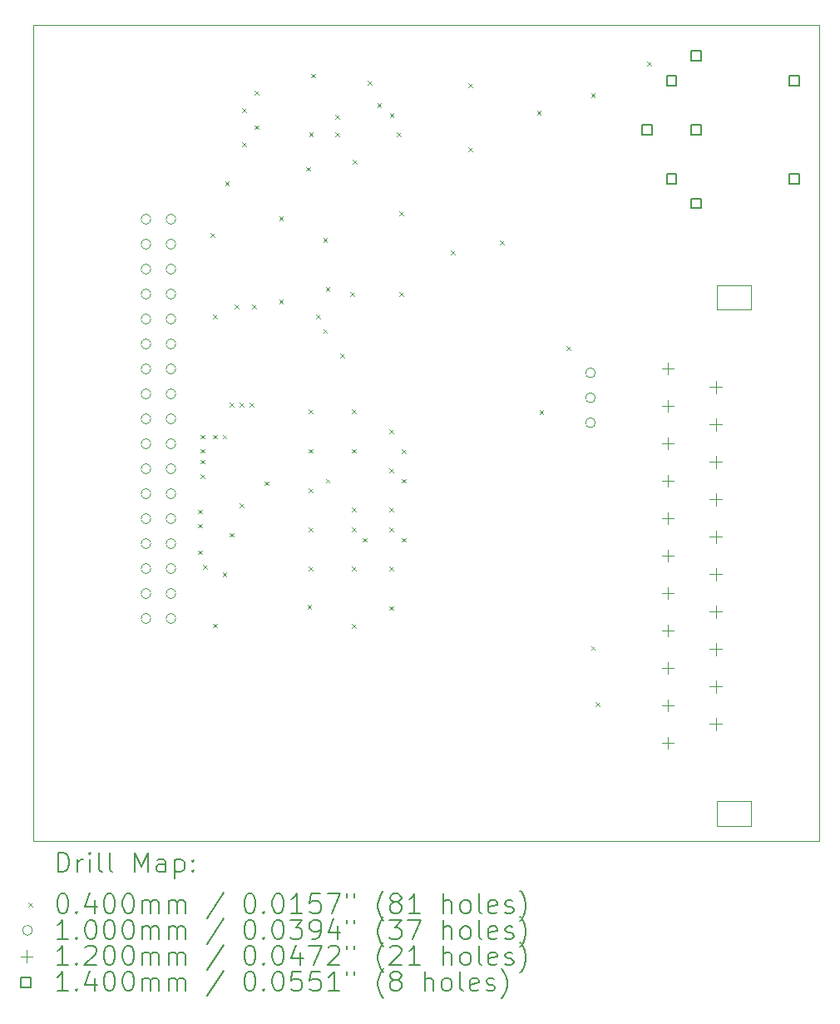
<source format=gbr>
%TF.GenerationSoftware,KiCad,Pcbnew,8.0.4+dfsg-1*%
%TF.CreationDate,2025-03-15T13:21:52+01:00*%
%TF.ProjectId,olimex-ice40-scart-header,6f6c696d-6578-42d6-9963-6534302d7363,rev?*%
%TF.SameCoordinates,Original*%
%TF.FileFunction,Drillmap*%
%TF.FilePolarity,Positive*%
%FSLAX45Y45*%
G04 Gerber Fmt 4.5, Leading zero omitted, Abs format (unit mm)*
G04 Created by KiCad (PCBNEW 8.0.4+dfsg-1) date 2025-03-15 13:21:52*
%MOMM*%
%LPD*%
G01*
G04 APERTURE LIST*
%ADD10C,0.100000*%
%ADD11C,0.120000*%
%ADD12C,0.200000*%
%ADD13C,0.140000*%
G04 APERTURE END LIST*
D10*
X11874200Y-3730000D02*
X19880400Y-3730000D01*
X19880400Y-12039600D01*
X11874200Y-12039600D01*
X11874200Y-3730000D01*
D11*
X19185000Y-6380500D02*
X18835000Y-6380500D01*
X18835000Y-6630500D01*
X19185000Y-6630500D01*
X19185000Y-6380500D01*
X19185000Y-11635500D02*
X18835000Y-11635500D01*
X18835000Y-11885500D01*
X19185000Y-11885500D01*
X19185000Y-11635500D01*
D12*
D10*
X13555000Y-8666500D02*
X13595000Y-8706500D01*
X13595000Y-8666500D02*
X13555000Y-8706500D01*
X13555000Y-8811500D02*
X13595000Y-8851500D01*
X13595000Y-8811500D02*
X13555000Y-8851500D01*
X13555000Y-9082500D02*
X13595000Y-9122500D01*
X13595000Y-9082500D02*
X13555000Y-9122500D01*
X13580000Y-7904500D02*
X13620000Y-7944500D01*
X13620000Y-7904500D02*
X13580000Y-7944500D01*
X13580000Y-8049500D02*
X13620000Y-8089500D01*
X13620000Y-8049500D02*
X13580000Y-8089500D01*
X13580000Y-8158500D02*
X13620000Y-8198500D01*
X13620000Y-8158500D02*
X13580000Y-8198500D01*
X13580000Y-8305000D02*
X13620000Y-8345000D01*
X13620000Y-8305000D02*
X13580000Y-8345000D01*
X13605000Y-9230000D02*
X13645000Y-9270000D01*
X13645000Y-9230000D02*
X13605000Y-9270000D01*
X13680000Y-5855000D02*
X13720000Y-5895000D01*
X13720000Y-5855000D02*
X13680000Y-5895000D01*
X13705000Y-6680000D02*
X13745000Y-6720000D01*
X13745000Y-6680000D02*
X13705000Y-6720000D01*
X13705000Y-7904500D02*
X13745000Y-7944500D01*
X13745000Y-7904500D02*
X13705000Y-7944500D01*
X13705000Y-9827500D02*
X13745000Y-9867500D01*
X13745000Y-9827500D02*
X13705000Y-9867500D01*
X13805000Y-7904500D02*
X13845000Y-7944500D01*
X13845000Y-7904500D02*
X13805000Y-7944500D01*
X13805000Y-9305000D02*
X13845000Y-9345000D01*
X13845000Y-9305000D02*
X13805000Y-9345000D01*
X13830000Y-5330000D02*
X13870000Y-5370000D01*
X13870000Y-5330000D02*
X13830000Y-5370000D01*
X13880000Y-7580000D02*
X13920000Y-7620000D01*
X13920000Y-7580000D02*
X13880000Y-7620000D01*
X13880000Y-8905000D02*
X13920000Y-8945000D01*
X13920000Y-8905000D02*
X13880000Y-8945000D01*
X13930000Y-6580000D02*
X13970000Y-6620000D01*
X13970000Y-6580000D02*
X13930000Y-6620000D01*
X13980000Y-7580000D02*
X14020000Y-7620000D01*
X14020000Y-7580000D02*
X13980000Y-7620000D01*
X13980000Y-8605000D02*
X14020000Y-8645000D01*
X14020000Y-8605000D02*
X13980000Y-8645000D01*
X14005000Y-4580000D02*
X14045000Y-4620000D01*
X14045000Y-4580000D02*
X14005000Y-4620000D01*
X14005000Y-4930000D02*
X14045000Y-4970000D01*
X14045000Y-4930000D02*
X14005000Y-4970000D01*
X14080000Y-7580000D02*
X14120000Y-7620000D01*
X14120000Y-7580000D02*
X14080000Y-7620000D01*
X14105000Y-6580000D02*
X14145000Y-6620000D01*
X14145000Y-6580000D02*
X14105000Y-6620000D01*
X14130000Y-4405000D02*
X14170000Y-4445000D01*
X14170000Y-4405000D02*
X14130000Y-4445000D01*
X14130000Y-4755000D02*
X14170000Y-4795000D01*
X14170000Y-4755000D02*
X14130000Y-4795000D01*
X14230000Y-8380000D02*
X14270000Y-8420000D01*
X14270000Y-8380000D02*
X14230000Y-8420000D01*
X14380000Y-5680000D02*
X14420000Y-5720000D01*
X14420000Y-5680000D02*
X14380000Y-5720000D01*
X14380000Y-6530000D02*
X14420000Y-6570000D01*
X14420000Y-6530000D02*
X14380000Y-6570000D01*
X14655000Y-5180000D02*
X14695000Y-5220000D01*
X14695000Y-5180000D02*
X14655000Y-5220000D01*
X14669250Y-9638220D02*
X14709250Y-9678220D01*
X14709250Y-9638220D02*
X14669250Y-9678220D01*
X14682500Y-7649000D02*
X14722500Y-7689000D01*
X14722500Y-7649000D02*
X14682500Y-7689000D01*
X14682500Y-8049500D02*
X14722500Y-8089500D01*
X14722500Y-8049500D02*
X14682500Y-8089500D01*
X14682500Y-8449000D02*
X14722500Y-8489000D01*
X14722500Y-8449000D02*
X14682500Y-8489000D01*
X14682500Y-8849000D02*
X14722500Y-8889000D01*
X14722500Y-8849000D02*
X14682500Y-8889000D01*
X14682500Y-9249000D02*
X14722500Y-9289000D01*
X14722500Y-9249000D02*
X14682500Y-9289000D01*
X14685706Y-4829706D02*
X14725706Y-4869706D01*
X14725706Y-4829706D02*
X14685706Y-4869706D01*
X14705000Y-4230000D02*
X14745000Y-4270000D01*
X14745000Y-4230000D02*
X14705000Y-4270000D01*
X14755000Y-6680000D02*
X14795000Y-6720000D01*
X14795000Y-6680000D02*
X14755000Y-6720000D01*
X14830000Y-5900000D02*
X14870000Y-5940000D01*
X14870000Y-5900000D02*
X14830000Y-5940000D01*
X14830000Y-6830000D02*
X14870000Y-6870000D01*
X14870000Y-6830000D02*
X14830000Y-6870000D01*
X14855000Y-6405000D02*
X14895000Y-6445000D01*
X14895000Y-6405000D02*
X14855000Y-6445000D01*
X14855000Y-8355000D02*
X14895000Y-8395000D01*
X14895000Y-8355000D02*
X14855000Y-8395000D01*
X14955000Y-4652500D02*
X14995000Y-4692500D01*
X14995000Y-4652500D02*
X14955000Y-4692500D01*
X14955000Y-4830000D02*
X14995000Y-4870000D01*
X14995000Y-4830000D02*
X14955000Y-4870000D01*
X15005000Y-7080000D02*
X15045000Y-7120000D01*
X15045000Y-7080000D02*
X15005000Y-7120000D01*
X15105000Y-6455000D02*
X15145000Y-6495000D01*
X15145000Y-6455000D02*
X15105000Y-6495000D01*
X15124000Y-7649000D02*
X15164000Y-7689000D01*
X15164000Y-7649000D02*
X15124000Y-7689000D01*
X15124000Y-8049500D02*
X15164000Y-8089500D01*
X15164000Y-8049500D02*
X15124000Y-8089500D01*
X15124000Y-8649000D02*
X15164000Y-8689000D01*
X15164000Y-8649000D02*
X15124000Y-8689000D01*
X15124000Y-8849000D02*
X15164000Y-8889000D01*
X15164000Y-8849000D02*
X15124000Y-8889000D01*
X15124000Y-9249000D02*
X15164000Y-9289000D01*
X15164000Y-9249000D02*
X15124000Y-9289000D01*
X15124000Y-9830000D02*
X15164000Y-9870000D01*
X15164000Y-9830000D02*
X15124000Y-9870000D01*
X15130000Y-5105000D02*
X15170000Y-5145000D01*
X15170000Y-5105000D02*
X15130000Y-5145000D01*
X15230000Y-8955000D02*
X15270000Y-8995000D01*
X15270000Y-8955000D02*
X15230000Y-8995000D01*
X15280000Y-4305000D02*
X15320000Y-4345000D01*
X15320000Y-4305000D02*
X15280000Y-4345000D01*
X15380000Y-4530000D02*
X15420000Y-4570000D01*
X15420000Y-4530000D02*
X15380000Y-4570000D01*
X15505000Y-7849000D02*
X15545000Y-7889000D01*
X15545000Y-7849000D02*
X15505000Y-7889000D01*
X15505000Y-8249000D02*
X15545000Y-8289000D01*
X15545000Y-8249000D02*
X15505000Y-8289000D01*
X15505000Y-8649000D02*
X15545000Y-8689000D01*
X15545000Y-8649000D02*
X15505000Y-8689000D01*
X15505000Y-8849000D02*
X15545000Y-8889000D01*
X15545000Y-8849000D02*
X15505000Y-8889000D01*
X15505000Y-9249000D02*
X15545000Y-9289000D01*
X15545000Y-9249000D02*
X15505000Y-9289000D01*
X15505000Y-9649000D02*
X15545000Y-9689000D01*
X15545000Y-9649000D02*
X15505000Y-9689000D01*
X15507500Y-4630000D02*
X15547500Y-4670000D01*
X15547500Y-4630000D02*
X15507500Y-4670000D01*
X15580000Y-4830000D02*
X15620000Y-4870000D01*
X15620000Y-4830000D02*
X15580000Y-4870000D01*
X15605000Y-5630000D02*
X15645000Y-5670000D01*
X15645000Y-5630000D02*
X15605000Y-5670000D01*
X15605000Y-6455000D02*
X15645000Y-6495000D01*
X15645000Y-6455000D02*
X15605000Y-6495000D01*
X15630000Y-8055000D02*
X15670000Y-8095000D01*
X15670000Y-8055000D02*
X15630000Y-8095000D01*
X15630000Y-8355000D02*
X15670000Y-8395000D01*
X15670000Y-8355000D02*
X15630000Y-8395000D01*
X15630000Y-8955000D02*
X15670000Y-8995000D01*
X15670000Y-8955000D02*
X15630000Y-8995000D01*
X16130000Y-6030000D02*
X16170000Y-6070000D01*
X16170000Y-6030000D02*
X16130000Y-6070000D01*
X16305000Y-4330000D02*
X16345000Y-4370000D01*
X16345000Y-4330000D02*
X16305000Y-4370000D01*
X16305000Y-4980000D02*
X16345000Y-5020000D01*
X16345000Y-4980000D02*
X16305000Y-5020000D01*
X16630000Y-5930000D02*
X16670000Y-5970000D01*
X16670000Y-5930000D02*
X16630000Y-5970000D01*
X17005000Y-4605000D02*
X17045000Y-4645000D01*
X17045000Y-4605000D02*
X17005000Y-4645000D01*
X17030000Y-7655000D02*
X17070000Y-7695000D01*
X17070000Y-7655000D02*
X17030000Y-7695000D01*
X17305000Y-7005000D02*
X17345000Y-7045000D01*
X17345000Y-7005000D02*
X17305000Y-7045000D01*
X17555000Y-4430000D02*
X17595000Y-4470000D01*
X17595000Y-4430000D02*
X17555000Y-4470000D01*
X17555000Y-10055000D02*
X17595000Y-10095000D01*
X17595000Y-10055000D02*
X17555000Y-10095000D01*
X17605000Y-10630000D02*
X17645000Y-10670000D01*
X17645000Y-10630000D02*
X17605000Y-10670000D01*
X18130000Y-4105000D02*
X18170000Y-4145000D01*
X18170000Y-4105000D02*
X18130000Y-4145000D01*
X13075000Y-5711000D02*
G75*
G02*
X12975000Y-5711000I-50000J0D01*
G01*
X12975000Y-5711000D02*
G75*
G02*
X13075000Y-5711000I50000J0D01*
G01*
X13075000Y-5965000D02*
G75*
G02*
X12975000Y-5965000I-50000J0D01*
G01*
X12975000Y-5965000D02*
G75*
G02*
X13075000Y-5965000I50000J0D01*
G01*
X13075000Y-6219000D02*
G75*
G02*
X12975000Y-6219000I-50000J0D01*
G01*
X12975000Y-6219000D02*
G75*
G02*
X13075000Y-6219000I50000J0D01*
G01*
X13075000Y-6473000D02*
G75*
G02*
X12975000Y-6473000I-50000J0D01*
G01*
X12975000Y-6473000D02*
G75*
G02*
X13075000Y-6473000I50000J0D01*
G01*
X13075000Y-6727000D02*
G75*
G02*
X12975000Y-6727000I-50000J0D01*
G01*
X12975000Y-6727000D02*
G75*
G02*
X13075000Y-6727000I50000J0D01*
G01*
X13075000Y-6981000D02*
G75*
G02*
X12975000Y-6981000I-50000J0D01*
G01*
X12975000Y-6981000D02*
G75*
G02*
X13075000Y-6981000I50000J0D01*
G01*
X13075000Y-7235000D02*
G75*
G02*
X12975000Y-7235000I-50000J0D01*
G01*
X12975000Y-7235000D02*
G75*
G02*
X13075000Y-7235000I50000J0D01*
G01*
X13075000Y-7489000D02*
G75*
G02*
X12975000Y-7489000I-50000J0D01*
G01*
X12975000Y-7489000D02*
G75*
G02*
X13075000Y-7489000I50000J0D01*
G01*
X13075000Y-7743000D02*
G75*
G02*
X12975000Y-7743000I-50000J0D01*
G01*
X12975000Y-7743000D02*
G75*
G02*
X13075000Y-7743000I50000J0D01*
G01*
X13075000Y-7997000D02*
G75*
G02*
X12975000Y-7997000I-50000J0D01*
G01*
X12975000Y-7997000D02*
G75*
G02*
X13075000Y-7997000I50000J0D01*
G01*
X13075000Y-8251000D02*
G75*
G02*
X12975000Y-8251000I-50000J0D01*
G01*
X12975000Y-8251000D02*
G75*
G02*
X13075000Y-8251000I50000J0D01*
G01*
X13075000Y-8505000D02*
G75*
G02*
X12975000Y-8505000I-50000J0D01*
G01*
X12975000Y-8505000D02*
G75*
G02*
X13075000Y-8505000I50000J0D01*
G01*
X13075000Y-8759000D02*
G75*
G02*
X12975000Y-8759000I-50000J0D01*
G01*
X12975000Y-8759000D02*
G75*
G02*
X13075000Y-8759000I50000J0D01*
G01*
X13075000Y-9013000D02*
G75*
G02*
X12975000Y-9013000I-50000J0D01*
G01*
X12975000Y-9013000D02*
G75*
G02*
X13075000Y-9013000I50000J0D01*
G01*
X13075000Y-9267000D02*
G75*
G02*
X12975000Y-9267000I-50000J0D01*
G01*
X12975000Y-9267000D02*
G75*
G02*
X13075000Y-9267000I50000J0D01*
G01*
X13075000Y-9521000D02*
G75*
G02*
X12975000Y-9521000I-50000J0D01*
G01*
X12975000Y-9521000D02*
G75*
G02*
X13075000Y-9521000I50000J0D01*
G01*
X13075000Y-9775000D02*
G75*
G02*
X12975000Y-9775000I-50000J0D01*
G01*
X12975000Y-9775000D02*
G75*
G02*
X13075000Y-9775000I50000J0D01*
G01*
X13329000Y-5711000D02*
G75*
G02*
X13229000Y-5711000I-50000J0D01*
G01*
X13229000Y-5711000D02*
G75*
G02*
X13329000Y-5711000I50000J0D01*
G01*
X13329000Y-5965000D02*
G75*
G02*
X13229000Y-5965000I-50000J0D01*
G01*
X13229000Y-5965000D02*
G75*
G02*
X13329000Y-5965000I50000J0D01*
G01*
X13329000Y-6219000D02*
G75*
G02*
X13229000Y-6219000I-50000J0D01*
G01*
X13229000Y-6219000D02*
G75*
G02*
X13329000Y-6219000I50000J0D01*
G01*
X13329000Y-6473000D02*
G75*
G02*
X13229000Y-6473000I-50000J0D01*
G01*
X13229000Y-6473000D02*
G75*
G02*
X13329000Y-6473000I50000J0D01*
G01*
X13329000Y-6727000D02*
G75*
G02*
X13229000Y-6727000I-50000J0D01*
G01*
X13229000Y-6727000D02*
G75*
G02*
X13329000Y-6727000I50000J0D01*
G01*
X13329000Y-6981000D02*
G75*
G02*
X13229000Y-6981000I-50000J0D01*
G01*
X13229000Y-6981000D02*
G75*
G02*
X13329000Y-6981000I50000J0D01*
G01*
X13329000Y-7235000D02*
G75*
G02*
X13229000Y-7235000I-50000J0D01*
G01*
X13229000Y-7235000D02*
G75*
G02*
X13329000Y-7235000I50000J0D01*
G01*
X13329000Y-7489000D02*
G75*
G02*
X13229000Y-7489000I-50000J0D01*
G01*
X13229000Y-7489000D02*
G75*
G02*
X13329000Y-7489000I50000J0D01*
G01*
X13329000Y-7743000D02*
G75*
G02*
X13229000Y-7743000I-50000J0D01*
G01*
X13229000Y-7743000D02*
G75*
G02*
X13329000Y-7743000I50000J0D01*
G01*
X13329000Y-7997000D02*
G75*
G02*
X13229000Y-7997000I-50000J0D01*
G01*
X13229000Y-7997000D02*
G75*
G02*
X13329000Y-7997000I50000J0D01*
G01*
X13329000Y-8251000D02*
G75*
G02*
X13229000Y-8251000I-50000J0D01*
G01*
X13229000Y-8251000D02*
G75*
G02*
X13329000Y-8251000I50000J0D01*
G01*
X13329000Y-8505000D02*
G75*
G02*
X13229000Y-8505000I-50000J0D01*
G01*
X13229000Y-8505000D02*
G75*
G02*
X13329000Y-8505000I50000J0D01*
G01*
X13329000Y-8759000D02*
G75*
G02*
X13229000Y-8759000I-50000J0D01*
G01*
X13229000Y-8759000D02*
G75*
G02*
X13329000Y-8759000I50000J0D01*
G01*
X13329000Y-9013000D02*
G75*
G02*
X13229000Y-9013000I-50000J0D01*
G01*
X13229000Y-9013000D02*
G75*
G02*
X13329000Y-9013000I50000J0D01*
G01*
X13329000Y-9267000D02*
G75*
G02*
X13229000Y-9267000I-50000J0D01*
G01*
X13229000Y-9267000D02*
G75*
G02*
X13329000Y-9267000I50000J0D01*
G01*
X13329000Y-9521000D02*
G75*
G02*
X13229000Y-9521000I-50000J0D01*
G01*
X13229000Y-9521000D02*
G75*
G02*
X13329000Y-9521000I50000J0D01*
G01*
X13329000Y-9775000D02*
G75*
G02*
X13229000Y-9775000I-50000J0D01*
G01*
X13229000Y-9775000D02*
G75*
G02*
X13329000Y-9775000I50000J0D01*
G01*
X17600000Y-7275000D02*
G75*
G02*
X17500000Y-7275000I-50000J0D01*
G01*
X17500000Y-7275000D02*
G75*
G02*
X17600000Y-7275000I50000J0D01*
G01*
X17600000Y-7529000D02*
G75*
G02*
X17500000Y-7529000I-50000J0D01*
G01*
X17500000Y-7529000D02*
G75*
G02*
X17600000Y-7529000I50000J0D01*
G01*
X17600000Y-7783000D02*
G75*
G02*
X17500000Y-7783000I-50000J0D01*
G01*
X17500000Y-7783000D02*
G75*
G02*
X17600000Y-7783000I50000J0D01*
G01*
D11*
X18335000Y-7170500D02*
X18335000Y-7290500D01*
X18275000Y-7230500D02*
X18395000Y-7230500D01*
X18335000Y-7551500D02*
X18335000Y-7671500D01*
X18275000Y-7611500D02*
X18395000Y-7611500D01*
X18335000Y-7932500D02*
X18335000Y-8052500D01*
X18275000Y-7992500D02*
X18395000Y-7992500D01*
X18335000Y-8313500D02*
X18335000Y-8433500D01*
X18275000Y-8373500D02*
X18395000Y-8373500D01*
X18335000Y-8694500D02*
X18335000Y-8814500D01*
X18275000Y-8754500D02*
X18395000Y-8754500D01*
X18335000Y-9075500D02*
X18335000Y-9195500D01*
X18275000Y-9135500D02*
X18395000Y-9135500D01*
X18335000Y-9456500D02*
X18335000Y-9576500D01*
X18275000Y-9516500D02*
X18395000Y-9516500D01*
X18335000Y-9837500D02*
X18335000Y-9957500D01*
X18275000Y-9897500D02*
X18395000Y-9897500D01*
X18335000Y-10218500D02*
X18335000Y-10338500D01*
X18275000Y-10278500D02*
X18395000Y-10278500D01*
X18335000Y-10599500D02*
X18335000Y-10719500D01*
X18275000Y-10659500D02*
X18395000Y-10659500D01*
X18335000Y-10980500D02*
X18335000Y-11100500D01*
X18275000Y-11040500D02*
X18395000Y-11040500D01*
X18825000Y-7361000D02*
X18825000Y-7481000D01*
X18765000Y-7421000D02*
X18885000Y-7421000D01*
X18825000Y-7742000D02*
X18825000Y-7862000D01*
X18765000Y-7802000D02*
X18885000Y-7802000D01*
X18825000Y-8123000D02*
X18825000Y-8243000D01*
X18765000Y-8183000D02*
X18885000Y-8183000D01*
X18825000Y-8504000D02*
X18825000Y-8624000D01*
X18765000Y-8564000D02*
X18885000Y-8564000D01*
X18825000Y-8885000D02*
X18825000Y-9005000D01*
X18765000Y-8945000D02*
X18885000Y-8945000D01*
X18825000Y-9266000D02*
X18825000Y-9386000D01*
X18765000Y-9326000D02*
X18885000Y-9326000D01*
X18825000Y-9647000D02*
X18825000Y-9767000D01*
X18765000Y-9707000D02*
X18885000Y-9707000D01*
X18825000Y-10028000D02*
X18825000Y-10148000D01*
X18765000Y-10088000D02*
X18885000Y-10088000D01*
X18825000Y-10409000D02*
X18825000Y-10529000D01*
X18765000Y-10469000D02*
X18885000Y-10469000D01*
X18825000Y-10790000D02*
X18825000Y-10910000D01*
X18765000Y-10850000D02*
X18885000Y-10850000D01*
D13*
X18174498Y-4849498D02*
X18174498Y-4750502D01*
X18075502Y-4750502D01*
X18075502Y-4849498D01*
X18174498Y-4849498D01*
X18424498Y-4349498D02*
X18424498Y-4250502D01*
X18325502Y-4250502D01*
X18325502Y-4349498D01*
X18424498Y-4349498D01*
X18424498Y-5349498D02*
X18424498Y-5250502D01*
X18325502Y-5250502D01*
X18325502Y-5349498D01*
X18424498Y-5349498D01*
X18674498Y-4099498D02*
X18674498Y-4000502D01*
X18575502Y-4000502D01*
X18575502Y-4099498D01*
X18674498Y-4099498D01*
X18674498Y-4849498D02*
X18674498Y-4750502D01*
X18575502Y-4750502D01*
X18575502Y-4849498D01*
X18674498Y-4849498D01*
X18674498Y-5599498D02*
X18674498Y-5500502D01*
X18575502Y-5500502D01*
X18575502Y-5599498D01*
X18674498Y-5599498D01*
X19674498Y-4349498D02*
X19674498Y-4250502D01*
X19575502Y-4250502D01*
X19575502Y-4349498D01*
X19674498Y-4349498D01*
X19674498Y-5349498D02*
X19674498Y-5250502D01*
X19575502Y-5250502D01*
X19575502Y-5349498D01*
X19674498Y-5349498D01*
D12*
X12129977Y-12356084D02*
X12129977Y-12156084D01*
X12129977Y-12156084D02*
X12177596Y-12156084D01*
X12177596Y-12156084D02*
X12206167Y-12165608D01*
X12206167Y-12165608D02*
X12225215Y-12184655D01*
X12225215Y-12184655D02*
X12234739Y-12203703D01*
X12234739Y-12203703D02*
X12244262Y-12241798D01*
X12244262Y-12241798D02*
X12244262Y-12270369D01*
X12244262Y-12270369D02*
X12234739Y-12308465D01*
X12234739Y-12308465D02*
X12225215Y-12327512D01*
X12225215Y-12327512D02*
X12206167Y-12346560D01*
X12206167Y-12346560D02*
X12177596Y-12356084D01*
X12177596Y-12356084D02*
X12129977Y-12356084D01*
X12329977Y-12356084D02*
X12329977Y-12222750D01*
X12329977Y-12260846D02*
X12339501Y-12241798D01*
X12339501Y-12241798D02*
X12349024Y-12232274D01*
X12349024Y-12232274D02*
X12368072Y-12222750D01*
X12368072Y-12222750D02*
X12387120Y-12222750D01*
X12453786Y-12356084D02*
X12453786Y-12222750D01*
X12453786Y-12156084D02*
X12444262Y-12165608D01*
X12444262Y-12165608D02*
X12453786Y-12175131D01*
X12453786Y-12175131D02*
X12463310Y-12165608D01*
X12463310Y-12165608D02*
X12453786Y-12156084D01*
X12453786Y-12156084D02*
X12453786Y-12175131D01*
X12577596Y-12356084D02*
X12558548Y-12346560D01*
X12558548Y-12346560D02*
X12549024Y-12327512D01*
X12549024Y-12327512D02*
X12549024Y-12156084D01*
X12682358Y-12356084D02*
X12663310Y-12346560D01*
X12663310Y-12346560D02*
X12653786Y-12327512D01*
X12653786Y-12327512D02*
X12653786Y-12156084D01*
X12910929Y-12356084D02*
X12910929Y-12156084D01*
X12910929Y-12156084D02*
X12977596Y-12298941D01*
X12977596Y-12298941D02*
X13044262Y-12156084D01*
X13044262Y-12156084D02*
X13044262Y-12356084D01*
X13225215Y-12356084D02*
X13225215Y-12251322D01*
X13225215Y-12251322D02*
X13215691Y-12232274D01*
X13215691Y-12232274D02*
X13196643Y-12222750D01*
X13196643Y-12222750D02*
X13158548Y-12222750D01*
X13158548Y-12222750D02*
X13139501Y-12232274D01*
X13225215Y-12346560D02*
X13206167Y-12356084D01*
X13206167Y-12356084D02*
X13158548Y-12356084D01*
X13158548Y-12356084D02*
X13139501Y-12346560D01*
X13139501Y-12346560D02*
X13129977Y-12327512D01*
X13129977Y-12327512D02*
X13129977Y-12308465D01*
X13129977Y-12308465D02*
X13139501Y-12289417D01*
X13139501Y-12289417D02*
X13158548Y-12279893D01*
X13158548Y-12279893D02*
X13206167Y-12279893D01*
X13206167Y-12279893D02*
X13225215Y-12270369D01*
X13320453Y-12222750D02*
X13320453Y-12422750D01*
X13320453Y-12232274D02*
X13339501Y-12222750D01*
X13339501Y-12222750D02*
X13377596Y-12222750D01*
X13377596Y-12222750D02*
X13396643Y-12232274D01*
X13396643Y-12232274D02*
X13406167Y-12241798D01*
X13406167Y-12241798D02*
X13415691Y-12260846D01*
X13415691Y-12260846D02*
X13415691Y-12317988D01*
X13415691Y-12317988D02*
X13406167Y-12337036D01*
X13406167Y-12337036D02*
X13396643Y-12346560D01*
X13396643Y-12346560D02*
X13377596Y-12356084D01*
X13377596Y-12356084D02*
X13339501Y-12356084D01*
X13339501Y-12356084D02*
X13320453Y-12346560D01*
X13501405Y-12337036D02*
X13510929Y-12346560D01*
X13510929Y-12346560D02*
X13501405Y-12356084D01*
X13501405Y-12356084D02*
X13491882Y-12346560D01*
X13491882Y-12346560D02*
X13501405Y-12337036D01*
X13501405Y-12337036D02*
X13501405Y-12356084D01*
X13501405Y-12232274D02*
X13510929Y-12241798D01*
X13510929Y-12241798D02*
X13501405Y-12251322D01*
X13501405Y-12251322D02*
X13491882Y-12241798D01*
X13491882Y-12241798D02*
X13501405Y-12232274D01*
X13501405Y-12232274D02*
X13501405Y-12251322D01*
D10*
X11829200Y-12664600D02*
X11869200Y-12704600D01*
X11869200Y-12664600D02*
X11829200Y-12704600D01*
D12*
X12168072Y-12576084D02*
X12187120Y-12576084D01*
X12187120Y-12576084D02*
X12206167Y-12585608D01*
X12206167Y-12585608D02*
X12215691Y-12595131D01*
X12215691Y-12595131D02*
X12225215Y-12614179D01*
X12225215Y-12614179D02*
X12234739Y-12652274D01*
X12234739Y-12652274D02*
X12234739Y-12699893D01*
X12234739Y-12699893D02*
X12225215Y-12737988D01*
X12225215Y-12737988D02*
X12215691Y-12757036D01*
X12215691Y-12757036D02*
X12206167Y-12766560D01*
X12206167Y-12766560D02*
X12187120Y-12776084D01*
X12187120Y-12776084D02*
X12168072Y-12776084D01*
X12168072Y-12776084D02*
X12149024Y-12766560D01*
X12149024Y-12766560D02*
X12139501Y-12757036D01*
X12139501Y-12757036D02*
X12129977Y-12737988D01*
X12129977Y-12737988D02*
X12120453Y-12699893D01*
X12120453Y-12699893D02*
X12120453Y-12652274D01*
X12120453Y-12652274D02*
X12129977Y-12614179D01*
X12129977Y-12614179D02*
X12139501Y-12595131D01*
X12139501Y-12595131D02*
X12149024Y-12585608D01*
X12149024Y-12585608D02*
X12168072Y-12576084D01*
X12320453Y-12757036D02*
X12329977Y-12766560D01*
X12329977Y-12766560D02*
X12320453Y-12776084D01*
X12320453Y-12776084D02*
X12310929Y-12766560D01*
X12310929Y-12766560D02*
X12320453Y-12757036D01*
X12320453Y-12757036D02*
X12320453Y-12776084D01*
X12501405Y-12642750D02*
X12501405Y-12776084D01*
X12453786Y-12566560D02*
X12406167Y-12709417D01*
X12406167Y-12709417D02*
X12529977Y-12709417D01*
X12644262Y-12576084D02*
X12663310Y-12576084D01*
X12663310Y-12576084D02*
X12682358Y-12585608D01*
X12682358Y-12585608D02*
X12691882Y-12595131D01*
X12691882Y-12595131D02*
X12701405Y-12614179D01*
X12701405Y-12614179D02*
X12710929Y-12652274D01*
X12710929Y-12652274D02*
X12710929Y-12699893D01*
X12710929Y-12699893D02*
X12701405Y-12737988D01*
X12701405Y-12737988D02*
X12691882Y-12757036D01*
X12691882Y-12757036D02*
X12682358Y-12766560D01*
X12682358Y-12766560D02*
X12663310Y-12776084D01*
X12663310Y-12776084D02*
X12644262Y-12776084D01*
X12644262Y-12776084D02*
X12625215Y-12766560D01*
X12625215Y-12766560D02*
X12615691Y-12757036D01*
X12615691Y-12757036D02*
X12606167Y-12737988D01*
X12606167Y-12737988D02*
X12596643Y-12699893D01*
X12596643Y-12699893D02*
X12596643Y-12652274D01*
X12596643Y-12652274D02*
X12606167Y-12614179D01*
X12606167Y-12614179D02*
X12615691Y-12595131D01*
X12615691Y-12595131D02*
X12625215Y-12585608D01*
X12625215Y-12585608D02*
X12644262Y-12576084D01*
X12834739Y-12576084D02*
X12853786Y-12576084D01*
X12853786Y-12576084D02*
X12872834Y-12585608D01*
X12872834Y-12585608D02*
X12882358Y-12595131D01*
X12882358Y-12595131D02*
X12891882Y-12614179D01*
X12891882Y-12614179D02*
X12901405Y-12652274D01*
X12901405Y-12652274D02*
X12901405Y-12699893D01*
X12901405Y-12699893D02*
X12891882Y-12737988D01*
X12891882Y-12737988D02*
X12882358Y-12757036D01*
X12882358Y-12757036D02*
X12872834Y-12766560D01*
X12872834Y-12766560D02*
X12853786Y-12776084D01*
X12853786Y-12776084D02*
X12834739Y-12776084D01*
X12834739Y-12776084D02*
X12815691Y-12766560D01*
X12815691Y-12766560D02*
X12806167Y-12757036D01*
X12806167Y-12757036D02*
X12796643Y-12737988D01*
X12796643Y-12737988D02*
X12787120Y-12699893D01*
X12787120Y-12699893D02*
X12787120Y-12652274D01*
X12787120Y-12652274D02*
X12796643Y-12614179D01*
X12796643Y-12614179D02*
X12806167Y-12595131D01*
X12806167Y-12595131D02*
X12815691Y-12585608D01*
X12815691Y-12585608D02*
X12834739Y-12576084D01*
X12987120Y-12776084D02*
X12987120Y-12642750D01*
X12987120Y-12661798D02*
X12996643Y-12652274D01*
X12996643Y-12652274D02*
X13015691Y-12642750D01*
X13015691Y-12642750D02*
X13044263Y-12642750D01*
X13044263Y-12642750D02*
X13063310Y-12652274D01*
X13063310Y-12652274D02*
X13072834Y-12671322D01*
X13072834Y-12671322D02*
X13072834Y-12776084D01*
X13072834Y-12671322D02*
X13082358Y-12652274D01*
X13082358Y-12652274D02*
X13101405Y-12642750D01*
X13101405Y-12642750D02*
X13129977Y-12642750D01*
X13129977Y-12642750D02*
X13149024Y-12652274D01*
X13149024Y-12652274D02*
X13158548Y-12671322D01*
X13158548Y-12671322D02*
X13158548Y-12776084D01*
X13253786Y-12776084D02*
X13253786Y-12642750D01*
X13253786Y-12661798D02*
X13263310Y-12652274D01*
X13263310Y-12652274D02*
X13282358Y-12642750D01*
X13282358Y-12642750D02*
X13310929Y-12642750D01*
X13310929Y-12642750D02*
X13329977Y-12652274D01*
X13329977Y-12652274D02*
X13339501Y-12671322D01*
X13339501Y-12671322D02*
X13339501Y-12776084D01*
X13339501Y-12671322D02*
X13349024Y-12652274D01*
X13349024Y-12652274D02*
X13368072Y-12642750D01*
X13368072Y-12642750D02*
X13396643Y-12642750D01*
X13396643Y-12642750D02*
X13415691Y-12652274D01*
X13415691Y-12652274D02*
X13425215Y-12671322D01*
X13425215Y-12671322D02*
X13425215Y-12776084D01*
X13815691Y-12566560D02*
X13644263Y-12823703D01*
X14072834Y-12576084D02*
X14091882Y-12576084D01*
X14091882Y-12576084D02*
X14110929Y-12585608D01*
X14110929Y-12585608D02*
X14120453Y-12595131D01*
X14120453Y-12595131D02*
X14129977Y-12614179D01*
X14129977Y-12614179D02*
X14139501Y-12652274D01*
X14139501Y-12652274D02*
X14139501Y-12699893D01*
X14139501Y-12699893D02*
X14129977Y-12737988D01*
X14129977Y-12737988D02*
X14120453Y-12757036D01*
X14120453Y-12757036D02*
X14110929Y-12766560D01*
X14110929Y-12766560D02*
X14091882Y-12776084D01*
X14091882Y-12776084D02*
X14072834Y-12776084D01*
X14072834Y-12776084D02*
X14053786Y-12766560D01*
X14053786Y-12766560D02*
X14044263Y-12757036D01*
X14044263Y-12757036D02*
X14034739Y-12737988D01*
X14034739Y-12737988D02*
X14025215Y-12699893D01*
X14025215Y-12699893D02*
X14025215Y-12652274D01*
X14025215Y-12652274D02*
X14034739Y-12614179D01*
X14034739Y-12614179D02*
X14044263Y-12595131D01*
X14044263Y-12595131D02*
X14053786Y-12585608D01*
X14053786Y-12585608D02*
X14072834Y-12576084D01*
X14225215Y-12757036D02*
X14234739Y-12766560D01*
X14234739Y-12766560D02*
X14225215Y-12776084D01*
X14225215Y-12776084D02*
X14215691Y-12766560D01*
X14215691Y-12766560D02*
X14225215Y-12757036D01*
X14225215Y-12757036D02*
X14225215Y-12776084D01*
X14358548Y-12576084D02*
X14377596Y-12576084D01*
X14377596Y-12576084D02*
X14396644Y-12585608D01*
X14396644Y-12585608D02*
X14406167Y-12595131D01*
X14406167Y-12595131D02*
X14415691Y-12614179D01*
X14415691Y-12614179D02*
X14425215Y-12652274D01*
X14425215Y-12652274D02*
X14425215Y-12699893D01*
X14425215Y-12699893D02*
X14415691Y-12737988D01*
X14415691Y-12737988D02*
X14406167Y-12757036D01*
X14406167Y-12757036D02*
X14396644Y-12766560D01*
X14396644Y-12766560D02*
X14377596Y-12776084D01*
X14377596Y-12776084D02*
X14358548Y-12776084D01*
X14358548Y-12776084D02*
X14339501Y-12766560D01*
X14339501Y-12766560D02*
X14329977Y-12757036D01*
X14329977Y-12757036D02*
X14320453Y-12737988D01*
X14320453Y-12737988D02*
X14310929Y-12699893D01*
X14310929Y-12699893D02*
X14310929Y-12652274D01*
X14310929Y-12652274D02*
X14320453Y-12614179D01*
X14320453Y-12614179D02*
X14329977Y-12595131D01*
X14329977Y-12595131D02*
X14339501Y-12585608D01*
X14339501Y-12585608D02*
X14358548Y-12576084D01*
X14615691Y-12776084D02*
X14501406Y-12776084D01*
X14558548Y-12776084D02*
X14558548Y-12576084D01*
X14558548Y-12576084D02*
X14539501Y-12604655D01*
X14539501Y-12604655D02*
X14520453Y-12623703D01*
X14520453Y-12623703D02*
X14501406Y-12633227D01*
X14796644Y-12576084D02*
X14701406Y-12576084D01*
X14701406Y-12576084D02*
X14691882Y-12671322D01*
X14691882Y-12671322D02*
X14701406Y-12661798D01*
X14701406Y-12661798D02*
X14720453Y-12652274D01*
X14720453Y-12652274D02*
X14768072Y-12652274D01*
X14768072Y-12652274D02*
X14787120Y-12661798D01*
X14787120Y-12661798D02*
X14796644Y-12671322D01*
X14796644Y-12671322D02*
X14806167Y-12690369D01*
X14806167Y-12690369D02*
X14806167Y-12737988D01*
X14806167Y-12737988D02*
X14796644Y-12757036D01*
X14796644Y-12757036D02*
X14787120Y-12766560D01*
X14787120Y-12766560D02*
X14768072Y-12776084D01*
X14768072Y-12776084D02*
X14720453Y-12776084D01*
X14720453Y-12776084D02*
X14701406Y-12766560D01*
X14701406Y-12766560D02*
X14691882Y-12757036D01*
X14872834Y-12576084D02*
X15006167Y-12576084D01*
X15006167Y-12576084D02*
X14920453Y-12776084D01*
X15072834Y-12576084D02*
X15072834Y-12614179D01*
X15149025Y-12576084D02*
X15149025Y-12614179D01*
X15444263Y-12852274D02*
X15434739Y-12842750D01*
X15434739Y-12842750D02*
X15415691Y-12814179D01*
X15415691Y-12814179D02*
X15406168Y-12795131D01*
X15406168Y-12795131D02*
X15396644Y-12766560D01*
X15396644Y-12766560D02*
X15387120Y-12718941D01*
X15387120Y-12718941D02*
X15387120Y-12680846D01*
X15387120Y-12680846D02*
X15396644Y-12633227D01*
X15396644Y-12633227D02*
X15406168Y-12604655D01*
X15406168Y-12604655D02*
X15415691Y-12585608D01*
X15415691Y-12585608D02*
X15434739Y-12557036D01*
X15434739Y-12557036D02*
X15444263Y-12547512D01*
X15549025Y-12661798D02*
X15529977Y-12652274D01*
X15529977Y-12652274D02*
X15520453Y-12642750D01*
X15520453Y-12642750D02*
X15510929Y-12623703D01*
X15510929Y-12623703D02*
X15510929Y-12614179D01*
X15510929Y-12614179D02*
X15520453Y-12595131D01*
X15520453Y-12595131D02*
X15529977Y-12585608D01*
X15529977Y-12585608D02*
X15549025Y-12576084D01*
X15549025Y-12576084D02*
X15587120Y-12576084D01*
X15587120Y-12576084D02*
X15606168Y-12585608D01*
X15606168Y-12585608D02*
X15615691Y-12595131D01*
X15615691Y-12595131D02*
X15625215Y-12614179D01*
X15625215Y-12614179D02*
X15625215Y-12623703D01*
X15625215Y-12623703D02*
X15615691Y-12642750D01*
X15615691Y-12642750D02*
X15606168Y-12652274D01*
X15606168Y-12652274D02*
X15587120Y-12661798D01*
X15587120Y-12661798D02*
X15549025Y-12661798D01*
X15549025Y-12661798D02*
X15529977Y-12671322D01*
X15529977Y-12671322D02*
X15520453Y-12680846D01*
X15520453Y-12680846D02*
X15510929Y-12699893D01*
X15510929Y-12699893D02*
X15510929Y-12737988D01*
X15510929Y-12737988D02*
X15520453Y-12757036D01*
X15520453Y-12757036D02*
X15529977Y-12766560D01*
X15529977Y-12766560D02*
X15549025Y-12776084D01*
X15549025Y-12776084D02*
X15587120Y-12776084D01*
X15587120Y-12776084D02*
X15606168Y-12766560D01*
X15606168Y-12766560D02*
X15615691Y-12757036D01*
X15615691Y-12757036D02*
X15625215Y-12737988D01*
X15625215Y-12737988D02*
X15625215Y-12699893D01*
X15625215Y-12699893D02*
X15615691Y-12680846D01*
X15615691Y-12680846D02*
X15606168Y-12671322D01*
X15606168Y-12671322D02*
X15587120Y-12661798D01*
X15815691Y-12776084D02*
X15701406Y-12776084D01*
X15758548Y-12776084D02*
X15758548Y-12576084D01*
X15758548Y-12576084D02*
X15739501Y-12604655D01*
X15739501Y-12604655D02*
X15720453Y-12623703D01*
X15720453Y-12623703D02*
X15701406Y-12633227D01*
X16053787Y-12776084D02*
X16053787Y-12576084D01*
X16139501Y-12776084D02*
X16139501Y-12671322D01*
X16139501Y-12671322D02*
X16129977Y-12652274D01*
X16129977Y-12652274D02*
X16110930Y-12642750D01*
X16110930Y-12642750D02*
X16082358Y-12642750D01*
X16082358Y-12642750D02*
X16063310Y-12652274D01*
X16063310Y-12652274D02*
X16053787Y-12661798D01*
X16263310Y-12776084D02*
X16244263Y-12766560D01*
X16244263Y-12766560D02*
X16234739Y-12757036D01*
X16234739Y-12757036D02*
X16225215Y-12737988D01*
X16225215Y-12737988D02*
X16225215Y-12680846D01*
X16225215Y-12680846D02*
X16234739Y-12661798D01*
X16234739Y-12661798D02*
X16244263Y-12652274D01*
X16244263Y-12652274D02*
X16263310Y-12642750D01*
X16263310Y-12642750D02*
X16291882Y-12642750D01*
X16291882Y-12642750D02*
X16310930Y-12652274D01*
X16310930Y-12652274D02*
X16320453Y-12661798D01*
X16320453Y-12661798D02*
X16329977Y-12680846D01*
X16329977Y-12680846D02*
X16329977Y-12737988D01*
X16329977Y-12737988D02*
X16320453Y-12757036D01*
X16320453Y-12757036D02*
X16310930Y-12766560D01*
X16310930Y-12766560D02*
X16291882Y-12776084D01*
X16291882Y-12776084D02*
X16263310Y-12776084D01*
X16444263Y-12776084D02*
X16425215Y-12766560D01*
X16425215Y-12766560D02*
X16415691Y-12747512D01*
X16415691Y-12747512D02*
X16415691Y-12576084D01*
X16596644Y-12766560D02*
X16577596Y-12776084D01*
X16577596Y-12776084D02*
X16539501Y-12776084D01*
X16539501Y-12776084D02*
X16520453Y-12766560D01*
X16520453Y-12766560D02*
X16510930Y-12747512D01*
X16510930Y-12747512D02*
X16510930Y-12671322D01*
X16510930Y-12671322D02*
X16520453Y-12652274D01*
X16520453Y-12652274D02*
X16539501Y-12642750D01*
X16539501Y-12642750D02*
X16577596Y-12642750D01*
X16577596Y-12642750D02*
X16596644Y-12652274D01*
X16596644Y-12652274D02*
X16606168Y-12671322D01*
X16606168Y-12671322D02*
X16606168Y-12690369D01*
X16606168Y-12690369D02*
X16510930Y-12709417D01*
X16682358Y-12766560D02*
X16701406Y-12776084D01*
X16701406Y-12776084D02*
X16739501Y-12776084D01*
X16739501Y-12776084D02*
X16758549Y-12766560D01*
X16758549Y-12766560D02*
X16768072Y-12747512D01*
X16768072Y-12747512D02*
X16768072Y-12737988D01*
X16768072Y-12737988D02*
X16758549Y-12718941D01*
X16758549Y-12718941D02*
X16739501Y-12709417D01*
X16739501Y-12709417D02*
X16710930Y-12709417D01*
X16710930Y-12709417D02*
X16691882Y-12699893D01*
X16691882Y-12699893D02*
X16682358Y-12680846D01*
X16682358Y-12680846D02*
X16682358Y-12671322D01*
X16682358Y-12671322D02*
X16691882Y-12652274D01*
X16691882Y-12652274D02*
X16710930Y-12642750D01*
X16710930Y-12642750D02*
X16739501Y-12642750D01*
X16739501Y-12642750D02*
X16758549Y-12652274D01*
X16834739Y-12852274D02*
X16844263Y-12842750D01*
X16844263Y-12842750D02*
X16863311Y-12814179D01*
X16863311Y-12814179D02*
X16872834Y-12795131D01*
X16872834Y-12795131D02*
X16882358Y-12766560D01*
X16882358Y-12766560D02*
X16891882Y-12718941D01*
X16891882Y-12718941D02*
X16891882Y-12680846D01*
X16891882Y-12680846D02*
X16882358Y-12633227D01*
X16882358Y-12633227D02*
X16872834Y-12604655D01*
X16872834Y-12604655D02*
X16863311Y-12585608D01*
X16863311Y-12585608D02*
X16844263Y-12557036D01*
X16844263Y-12557036D02*
X16834739Y-12547512D01*
D10*
X11869200Y-12948600D02*
G75*
G02*
X11769200Y-12948600I-50000J0D01*
G01*
X11769200Y-12948600D02*
G75*
G02*
X11869200Y-12948600I50000J0D01*
G01*
D12*
X12234739Y-13040084D02*
X12120453Y-13040084D01*
X12177596Y-13040084D02*
X12177596Y-12840084D01*
X12177596Y-12840084D02*
X12158548Y-12868655D01*
X12158548Y-12868655D02*
X12139501Y-12887703D01*
X12139501Y-12887703D02*
X12120453Y-12897227D01*
X12320453Y-13021036D02*
X12329977Y-13030560D01*
X12329977Y-13030560D02*
X12320453Y-13040084D01*
X12320453Y-13040084D02*
X12310929Y-13030560D01*
X12310929Y-13030560D02*
X12320453Y-13021036D01*
X12320453Y-13021036D02*
X12320453Y-13040084D01*
X12453786Y-12840084D02*
X12472834Y-12840084D01*
X12472834Y-12840084D02*
X12491882Y-12849608D01*
X12491882Y-12849608D02*
X12501405Y-12859131D01*
X12501405Y-12859131D02*
X12510929Y-12878179D01*
X12510929Y-12878179D02*
X12520453Y-12916274D01*
X12520453Y-12916274D02*
X12520453Y-12963893D01*
X12520453Y-12963893D02*
X12510929Y-13001988D01*
X12510929Y-13001988D02*
X12501405Y-13021036D01*
X12501405Y-13021036D02*
X12491882Y-13030560D01*
X12491882Y-13030560D02*
X12472834Y-13040084D01*
X12472834Y-13040084D02*
X12453786Y-13040084D01*
X12453786Y-13040084D02*
X12434739Y-13030560D01*
X12434739Y-13030560D02*
X12425215Y-13021036D01*
X12425215Y-13021036D02*
X12415691Y-13001988D01*
X12415691Y-13001988D02*
X12406167Y-12963893D01*
X12406167Y-12963893D02*
X12406167Y-12916274D01*
X12406167Y-12916274D02*
X12415691Y-12878179D01*
X12415691Y-12878179D02*
X12425215Y-12859131D01*
X12425215Y-12859131D02*
X12434739Y-12849608D01*
X12434739Y-12849608D02*
X12453786Y-12840084D01*
X12644262Y-12840084D02*
X12663310Y-12840084D01*
X12663310Y-12840084D02*
X12682358Y-12849608D01*
X12682358Y-12849608D02*
X12691882Y-12859131D01*
X12691882Y-12859131D02*
X12701405Y-12878179D01*
X12701405Y-12878179D02*
X12710929Y-12916274D01*
X12710929Y-12916274D02*
X12710929Y-12963893D01*
X12710929Y-12963893D02*
X12701405Y-13001988D01*
X12701405Y-13001988D02*
X12691882Y-13021036D01*
X12691882Y-13021036D02*
X12682358Y-13030560D01*
X12682358Y-13030560D02*
X12663310Y-13040084D01*
X12663310Y-13040084D02*
X12644262Y-13040084D01*
X12644262Y-13040084D02*
X12625215Y-13030560D01*
X12625215Y-13030560D02*
X12615691Y-13021036D01*
X12615691Y-13021036D02*
X12606167Y-13001988D01*
X12606167Y-13001988D02*
X12596643Y-12963893D01*
X12596643Y-12963893D02*
X12596643Y-12916274D01*
X12596643Y-12916274D02*
X12606167Y-12878179D01*
X12606167Y-12878179D02*
X12615691Y-12859131D01*
X12615691Y-12859131D02*
X12625215Y-12849608D01*
X12625215Y-12849608D02*
X12644262Y-12840084D01*
X12834739Y-12840084D02*
X12853786Y-12840084D01*
X12853786Y-12840084D02*
X12872834Y-12849608D01*
X12872834Y-12849608D02*
X12882358Y-12859131D01*
X12882358Y-12859131D02*
X12891882Y-12878179D01*
X12891882Y-12878179D02*
X12901405Y-12916274D01*
X12901405Y-12916274D02*
X12901405Y-12963893D01*
X12901405Y-12963893D02*
X12891882Y-13001988D01*
X12891882Y-13001988D02*
X12882358Y-13021036D01*
X12882358Y-13021036D02*
X12872834Y-13030560D01*
X12872834Y-13030560D02*
X12853786Y-13040084D01*
X12853786Y-13040084D02*
X12834739Y-13040084D01*
X12834739Y-13040084D02*
X12815691Y-13030560D01*
X12815691Y-13030560D02*
X12806167Y-13021036D01*
X12806167Y-13021036D02*
X12796643Y-13001988D01*
X12796643Y-13001988D02*
X12787120Y-12963893D01*
X12787120Y-12963893D02*
X12787120Y-12916274D01*
X12787120Y-12916274D02*
X12796643Y-12878179D01*
X12796643Y-12878179D02*
X12806167Y-12859131D01*
X12806167Y-12859131D02*
X12815691Y-12849608D01*
X12815691Y-12849608D02*
X12834739Y-12840084D01*
X12987120Y-13040084D02*
X12987120Y-12906750D01*
X12987120Y-12925798D02*
X12996643Y-12916274D01*
X12996643Y-12916274D02*
X13015691Y-12906750D01*
X13015691Y-12906750D02*
X13044263Y-12906750D01*
X13044263Y-12906750D02*
X13063310Y-12916274D01*
X13063310Y-12916274D02*
X13072834Y-12935322D01*
X13072834Y-12935322D02*
X13072834Y-13040084D01*
X13072834Y-12935322D02*
X13082358Y-12916274D01*
X13082358Y-12916274D02*
X13101405Y-12906750D01*
X13101405Y-12906750D02*
X13129977Y-12906750D01*
X13129977Y-12906750D02*
X13149024Y-12916274D01*
X13149024Y-12916274D02*
X13158548Y-12935322D01*
X13158548Y-12935322D02*
X13158548Y-13040084D01*
X13253786Y-13040084D02*
X13253786Y-12906750D01*
X13253786Y-12925798D02*
X13263310Y-12916274D01*
X13263310Y-12916274D02*
X13282358Y-12906750D01*
X13282358Y-12906750D02*
X13310929Y-12906750D01*
X13310929Y-12906750D02*
X13329977Y-12916274D01*
X13329977Y-12916274D02*
X13339501Y-12935322D01*
X13339501Y-12935322D02*
X13339501Y-13040084D01*
X13339501Y-12935322D02*
X13349024Y-12916274D01*
X13349024Y-12916274D02*
X13368072Y-12906750D01*
X13368072Y-12906750D02*
X13396643Y-12906750D01*
X13396643Y-12906750D02*
X13415691Y-12916274D01*
X13415691Y-12916274D02*
X13425215Y-12935322D01*
X13425215Y-12935322D02*
X13425215Y-13040084D01*
X13815691Y-12830560D02*
X13644263Y-13087703D01*
X14072834Y-12840084D02*
X14091882Y-12840084D01*
X14091882Y-12840084D02*
X14110929Y-12849608D01*
X14110929Y-12849608D02*
X14120453Y-12859131D01*
X14120453Y-12859131D02*
X14129977Y-12878179D01*
X14129977Y-12878179D02*
X14139501Y-12916274D01*
X14139501Y-12916274D02*
X14139501Y-12963893D01*
X14139501Y-12963893D02*
X14129977Y-13001988D01*
X14129977Y-13001988D02*
X14120453Y-13021036D01*
X14120453Y-13021036D02*
X14110929Y-13030560D01*
X14110929Y-13030560D02*
X14091882Y-13040084D01*
X14091882Y-13040084D02*
X14072834Y-13040084D01*
X14072834Y-13040084D02*
X14053786Y-13030560D01*
X14053786Y-13030560D02*
X14044263Y-13021036D01*
X14044263Y-13021036D02*
X14034739Y-13001988D01*
X14034739Y-13001988D02*
X14025215Y-12963893D01*
X14025215Y-12963893D02*
X14025215Y-12916274D01*
X14025215Y-12916274D02*
X14034739Y-12878179D01*
X14034739Y-12878179D02*
X14044263Y-12859131D01*
X14044263Y-12859131D02*
X14053786Y-12849608D01*
X14053786Y-12849608D02*
X14072834Y-12840084D01*
X14225215Y-13021036D02*
X14234739Y-13030560D01*
X14234739Y-13030560D02*
X14225215Y-13040084D01*
X14225215Y-13040084D02*
X14215691Y-13030560D01*
X14215691Y-13030560D02*
X14225215Y-13021036D01*
X14225215Y-13021036D02*
X14225215Y-13040084D01*
X14358548Y-12840084D02*
X14377596Y-12840084D01*
X14377596Y-12840084D02*
X14396644Y-12849608D01*
X14396644Y-12849608D02*
X14406167Y-12859131D01*
X14406167Y-12859131D02*
X14415691Y-12878179D01*
X14415691Y-12878179D02*
X14425215Y-12916274D01*
X14425215Y-12916274D02*
X14425215Y-12963893D01*
X14425215Y-12963893D02*
X14415691Y-13001988D01*
X14415691Y-13001988D02*
X14406167Y-13021036D01*
X14406167Y-13021036D02*
X14396644Y-13030560D01*
X14396644Y-13030560D02*
X14377596Y-13040084D01*
X14377596Y-13040084D02*
X14358548Y-13040084D01*
X14358548Y-13040084D02*
X14339501Y-13030560D01*
X14339501Y-13030560D02*
X14329977Y-13021036D01*
X14329977Y-13021036D02*
X14320453Y-13001988D01*
X14320453Y-13001988D02*
X14310929Y-12963893D01*
X14310929Y-12963893D02*
X14310929Y-12916274D01*
X14310929Y-12916274D02*
X14320453Y-12878179D01*
X14320453Y-12878179D02*
X14329977Y-12859131D01*
X14329977Y-12859131D02*
X14339501Y-12849608D01*
X14339501Y-12849608D02*
X14358548Y-12840084D01*
X14491882Y-12840084D02*
X14615691Y-12840084D01*
X14615691Y-12840084D02*
X14549025Y-12916274D01*
X14549025Y-12916274D02*
X14577596Y-12916274D01*
X14577596Y-12916274D02*
X14596644Y-12925798D01*
X14596644Y-12925798D02*
X14606167Y-12935322D01*
X14606167Y-12935322D02*
X14615691Y-12954369D01*
X14615691Y-12954369D02*
X14615691Y-13001988D01*
X14615691Y-13001988D02*
X14606167Y-13021036D01*
X14606167Y-13021036D02*
X14596644Y-13030560D01*
X14596644Y-13030560D02*
X14577596Y-13040084D01*
X14577596Y-13040084D02*
X14520453Y-13040084D01*
X14520453Y-13040084D02*
X14501406Y-13030560D01*
X14501406Y-13030560D02*
X14491882Y-13021036D01*
X14710929Y-13040084D02*
X14749025Y-13040084D01*
X14749025Y-13040084D02*
X14768072Y-13030560D01*
X14768072Y-13030560D02*
X14777596Y-13021036D01*
X14777596Y-13021036D02*
X14796644Y-12992465D01*
X14796644Y-12992465D02*
X14806167Y-12954369D01*
X14806167Y-12954369D02*
X14806167Y-12878179D01*
X14806167Y-12878179D02*
X14796644Y-12859131D01*
X14796644Y-12859131D02*
X14787120Y-12849608D01*
X14787120Y-12849608D02*
X14768072Y-12840084D01*
X14768072Y-12840084D02*
X14729977Y-12840084D01*
X14729977Y-12840084D02*
X14710929Y-12849608D01*
X14710929Y-12849608D02*
X14701406Y-12859131D01*
X14701406Y-12859131D02*
X14691882Y-12878179D01*
X14691882Y-12878179D02*
X14691882Y-12925798D01*
X14691882Y-12925798D02*
X14701406Y-12944846D01*
X14701406Y-12944846D02*
X14710929Y-12954369D01*
X14710929Y-12954369D02*
X14729977Y-12963893D01*
X14729977Y-12963893D02*
X14768072Y-12963893D01*
X14768072Y-12963893D02*
X14787120Y-12954369D01*
X14787120Y-12954369D02*
X14796644Y-12944846D01*
X14796644Y-12944846D02*
X14806167Y-12925798D01*
X14977596Y-12906750D02*
X14977596Y-13040084D01*
X14929977Y-12830560D02*
X14882358Y-12973417D01*
X14882358Y-12973417D02*
X15006167Y-12973417D01*
X15072834Y-12840084D02*
X15072834Y-12878179D01*
X15149025Y-12840084D02*
X15149025Y-12878179D01*
X15444263Y-13116274D02*
X15434739Y-13106750D01*
X15434739Y-13106750D02*
X15415691Y-13078179D01*
X15415691Y-13078179D02*
X15406168Y-13059131D01*
X15406168Y-13059131D02*
X15396644Y-13030560D01*
X15396644Y-13030560D02*
X15387120Y-12982941D01*
X15387120Y-12982941D02*
X15387120Y-12944846D01*
X15387120Y-12944846D02*
X15396644Y-12897227D01*
X15396644Y-12897227D02*
X15406168Y-12868655D01*
X15406168Y-12868655D02*
X15415691Y-12849608D01*
X15415691Y-12849608D02*
X15434739Y-12821036D01*
X15434739Y-12821036D02*
X15444263Y-12811512D01*
X15501406Y-12840084D02*
X15625215Y-12840084D01*
X15625215Y-12840084D02*
X15558548Y-12916274D01*
X15558548Y-12916274D02*
X15587120Y-12916274D01*
X15587120Y-12916274D02*
X15606168Y-12925798D01*
X15606168Y-12925798D02*
X15615691Y-12935322D01*
X15615691Y-12935322D02*
X15625215Y-12954369D01*
X15625215Y-12954369D02*
X15625215Y-13001988D01*
X15625215Y-13001988D02*
X15615691Y-13021036D01*
X15615691Y-13021036D02*
X15606168Y-13030560D01*
X15606168Y-13030560D02*
X15587120Y-13040084D01*
X15587120Y-13040084D02*
X15529977Y-13040084D01*
X15529977Y-13040084D02*
X15510929Y-13030560D01*
X15510929Y-13030560D02*
X15501406Y-13021036D01*
X15691882Y-12840084D02*
X15825215Y-12840084D01*
X15825215Y-12840084D02*
X15739501Y-13040084D01*
X16053787Y-13040084D02*
X16053787Y-12840084D01*
X16139501Y-13040084D02*
X16139501Y-12935322D01*
X16139501Y-12935322D02*
X16129977Y-12916274D01*
X16129977Y-12916274D02*
X16110930Y-12906750D01*
X16110930Y-12906750D02*
X16082358Y-12906750D01*
X16082358Y-12906750D02*
X16063310Y-12916274D01*
X16063310Y-12916274D02*
X16053787Y-12925798D01*
X16263310Y-13040084D02*
X16244263Y-13030560D01*
X16244263Y-13030560D02*
X16234739Y-13021036D01*
X16234739Y-13021036D02*
X16225215Y-13001988D01*
X16225215Y-13001988D02*
X16225215Y-12944846D01*
X16225215Y-12944846D02*
X16234739Y-12925798D01*
X16234739Y-12925798D02*
X16244263Y-12916274D01*
X16244263Y-12916274D02*
X16263310Y-12906750D01*
X16263310Y-12906750D02*
X16291882Y-12906750D01*
X16291882Y-12906750D02*
X16310930Y-12916274D01*
X16310930Y-12916274D02*
X16320453Y-12925798D01*
X16320453Y-12925798D02*
X16329977Y-12944846D01*
X16329977Y-12944846D02*
X16329977Y-13001988D01*
X16329977Y-13001988D02*
X16320453Y-13021036D01*
X16320453Y-13021036D02*
X16310930Y-13030560D01*
X16310930Y-13030560D02*
X16291882Y-13040084D01*
X16291882Y-13040084D02*
X16263310Y-13040084D01*
X16444263Y-13040084D02*
X16425215Y-13030560D01*
X16425215Y-13030560D02*
X16415691Y-13011512D01*
X16415691Y-13011512D02*
X16415691Y-12840084D01*
X16596644Y-13030560D02*
X16577596Y-13040084D01*
X16577596Y-13040084D02*
X16539501Y-13040084D01*
X16539501Y-13040084D02*
X16520453Y-13030560D01*
X16520453Y-13030560D02*
X16510930Y-13011512D01*
X16510930Y-13011512D02*
X16510930Y-12935322D01*
X16510930Y-12935322D02*
X16520453Y-12916274D01*
X16520453Y-12916274D02*
X16539501Y-12906750D01*
X16539501Y-12906750D02*
X16577596Y-12906750D01*
X16577596Y-12906750D02*
X16596644Y-12916274D01*
X16596644Y-12916274D02*
X16606168Y-12935322D01*
X16606168Y-12935322D02*
X16606168Y-12954369D01*
X16606168Y-12954369D02*
X16510930Y-12973417D01*
X16682358Y-13030560D02*
X16701406Y-13040084D01*
X16701406Y-13040084D02*
X16739501Y-13040084D01*
X16739501Y-13040084D02*
X16758549Y-13030560D01*
X16758549Y-13030560D02*
X16768072Y-13011512D01*
X16768072Y-13011512D02*
X16768072Y-13001988D01*
X16768072Y-13001988D02*
X16758549Y-12982941D01*
X16758549Y-12982941D02*
X16739501Y-12973417D01*
X16739501Y-12973417D02*
X16710930Y-12973417D01*
X16710930Y-12973417D02*
X16691882Y-12963893D01*
X16691882Y-12963893D02*
X16682358Y-12944846D01*
X16682358Y-12944846D02*
X16682358Y-12935322D01*
X16682358Y-12935322D02*
X16691882Y-12916274D01*
X16691882Y-12916274D02*
X16710930Y-12906750D01*
X16710930Y-12906750D02*
X16739501Y-12906750D01*
X16739501Y-12906750D02*
X16758549Y-12916274D01*
X16834739Y-13116274D02*
X16844263Y-13106750D01*
X16844263Y-13106750D02*
X16863311Y-13078179D01*
X16863311Y-13078179D02*
X16872834Y-13059131D01*
X16872834Y-13059131D02*
X16882358Y-13030560D01*
X16882358Y-13030560D02*
X16891882Y-12982941D01*
X16891882Y-12982941D02*
X16891882Y-12944846D01*
X16891882Y-12944846D02*
X16882358Y-12897227D01*
X16882358Y-12897227D02*
X16872834Y-12868655D01*
X16872834Y-12868655D02*
X16863311Y-12849608D01*
X16863311Y-12849608D02*
X16844263Y-12821036D01*
X16844263Y-12821036D02*
X16834739Y-12811512D01*
D11*
X11809200Y-13152600D02*
X11809200Y-13272600D01*
X11749200Y-13212600D02*
X11869200Y-13212600D01*
D12*
X12234739Y-13304084D02*
X12120453Y-13304084D01*
X12177596Y-13304084D02*
X12177596Y-13104084D01*
X12177596Y-13104084D02*
X12158548Y-13132655D01*
X12158548Y-13132655D02*
X12139501Y-13151703D01*
X12139501Y-13151703D02*
X12120453Y-13161227D01*
X12320453Y-13285036D02*
X12329977Y-13294560D01*
X12329977Y-13294560D02*
X12320453Y-13304084D01*
X12320453Y-13304084D02*
X12310929Y-13294560D01*
X12310929Y-13294560D02*
X12320453Y-13285036D01*
X12320453Y-13285036D02*
X12320453Y-13304084D01*
X12406167Y-13123131D02*
X12415691Y-13113608D01*
X12415691Y-13113608D02*
X12434739Y-13104084D01*
X12434739Y-13104084D02*
X12482358Y-13104084D01*
X12482358Y-13104084D02*
X12501405Y-13113608D01*
X12501405Y-13113608D02*
X12510929Y-13123131D01*
X12510929Y-13123131D02*
X12520453Y-13142179D01*
X12520453Y-13142179D02*
X12520453Y-13161227D01*
X12520453Y-13161227D02*
X12510929Y-13189798D01*
X12510929Y-13189798D02*
X12396643Y-13304084D01*
X12396643Y-13304084D02*
X12520453Y-13304084D01*
X12644262Y-13104084D02*
X12663310Y-13104084D01*
X12663310Y-13104084D02*
X12682358Y-13113608D01*
X12682358Y-13113608D02*
X12691882Y-13123131D01*
X12691882Y-13123131D02*
X12701405Y-13142179D01*
X12701405Y-13142179D02*
X12710929Y-13180274D01*
X12710929Y-13180274D02*
X12710929Y-13227893D01*
X12710929Y-13227893D02*
X12701405Y-13265988D01*
X12701405Y-13265988D02*
X12691882Y-13285036D01*
X12691882Y-13285036D02*
X12682358Y-13294560D01*
X12682358Y-13294560D02*
X12663310Y-13304084D01*
X12663310Y-13304084D02*
X12644262Y-13304084D01*
X12644262Y-13304084D02*
X12625215Y-13294560D01*
X12625215Y-13294560D02*
X12615691Y-13285036D01*
X12615691Y-13285036D02*
X12606167Y-13265988D01*
X12606167Y-13265988D02*
X12596643Y-13227893D01*
X12596643Y-13227893D02*
X12596643Y-13180274D01*
X12596643Y-13180274D02*
X12606167Y-13142179D01*
X12606167Y-13142179D02*
X12615691Y-13123131D01*
X12615691Y-13123131D02*
X12625215Y-13113608D01*
X12625215Y-13113608D02*
X12644262Y-13104084D01*
X12834739Y-13104084D02*
X12853786Y-13104084D01*
X12853786Y-13104084D02*
X12872834Y-13113608D01*
X12872834Y-13113608D02*
X12882358Y-13123131D01*
X12882358Y-13123131D02*
X12891882Y-13142179D01*
X12891882Y-13142179D02*
X12901405Y-13180274D01*
X12901405Y-13180274D02*
X12901405Y-13227893D01*
X12901405Y-13227893D02*
X12891882Y-13265988D01*
X12891882Y-13265988D02*
X12882358Y-13285036D01*
X12882358Y-13285036D02*
X12872834Y-13294560D01*
X12872834Y-13294560D02*
X12853786Y-13304084D01*
X12853786Y-13304084D02*
X12834739Y-13304084D01*
X12834739Y-13304084D02*
X12815691Y-13294560D01*
X12815691Y-13294560D02*
X12806167Y-13285036D01*
X12806167Y-13285036D02*
X12796643Y-13265988D01*
X12796643Y-13265988D02*
X12787120Y-13227893D01*
X12787120Y-13227893D02*
X12787120Y-13180274D01*
X12787120Y-13180274D02*
X12796643Y-13142179D01*
X12796643Y-13142179D02*
X12806167Y-13123131D01*
X12806167Y-13123131D02*
X12815691Y-13113608D01*
X12815691Y-13113608D02*
X12834739Y-13104084D01*
X12987120Y-13304084D02*
X12987120Y-13170750D01*
X12987120Y-13189798D02*
X12996643Y-13180274D01*
X12996643Y-13180274D02*
X13015691Y-13170750D01*
X13015691Y-13170750D02*
X13044263Y-13170750D01*
X13044263Y-13170750D02*
X13063310Y-13180274D01*
X13063310Y-13180274D02*
X13072834Y-13199322D01*
X13072834Y-13199322D02*
X13072834Y-13304084D01*
X13072834Y-13199322D02*
X13082358Y-13180274D01*
X13082358Y-13180274D02*
X13101405Y-13170750D01*
X13101405Y-13170750D02*
X13129977Y-13170750D01*
X13129977Y-13170750D02*
X13149024Y-13180274D01*
X13149024Y-13180274D02*
X13158548Y-13199322D01*
X13158548Y-13199322D02*
X13158548Y-13304084D01*
X13253786Y-13304084D02*
X13253786Y-13170750D01*
X13253786Y-13189798D02*
X13263310Y-13180274D01*
X13263310Y-13180274D02*
X13282358Y-13170750D01*
X13282358Y-13170750D02*
X13310929Y-13170750D01*
X13310929Y-13170750D02*
X13329977Y-13180274D01*
X13329977Y-13180274D02*
X13339501Y-13199322D01*
X13339501Y-13199322D02*
X13339501Y-13304084D01*
X13339501Y-13199322D02*
X13349024Y-13180274D01*
X13349024Y-13180274D02*
X13368072Y-13170750D01*
X13368072Y-13170750D02*
X13396643Y-13170750D01*
X13396643Y-13170750D02*
X13415691Y-13180274D01*
X13415691Y-13180274D02*
X13425215Y-13199322D01*
X13425215Y-13199322D02*
X13425215Y-13304084D01*
X13815691Y-13094560D02*
X13644263Y-13351703D01*
X14072834Y-13104084D02*
X14091882Y-13104084D01*
X14091882Y-13104084D02*
X14110929Y-13113608D01*
X14110929Y-13113608D02*
X14120453Y-13123131D01*
X14120453Y-13123131D02*
X14129977Y-13142179D01*
X14129977Y-13142179D02*
X14139501Y-13180274D01*
X14139501Y-13180274D02*
X14139501Y-13227893D01*
X14139501Y-13227893D02*
X14129977Y-13265988D01*
X14129977Y-13265988D02*
X14120453Y-13285036D01*
X14120453Y-13285036D02*
X14110929Y-13294560D01*
X14110929Y-13294560D02*
X14091882Y-13304084D01*
X14091882Y-13304084D02*
X14072834Y-13304084D01*
X14072834Y-13304084D02*
X14053786Y-13294560D01*
X14053786Y-13294560D02*
X14044263Y-13285036D01*
X14044263Y-13285036D02*
X14034739Y-13265988D01*
X14034739Y-13265988D02*
X14025215Y-13227893D01*
X14025215Y-13227893D02*
X14025215Y-13180274D01*
X14025215Y-13180274D02*
X14034739Y-13142179D01*
X14034739Y-13142179D02*
X14044263Y-13123131D01*
X14044263Y-13123131D02*
X14053786Y-13113608D01*
X14053786Y-13113608D02*
X14072834Y-13104084D01*
X14225215Y-13285036D02*
X14234739Y-13294560D01*
X14234739Y-13294560D02*
X14225215Y-13304084D01*
X14225215Y-13304084D02*
X14215691Y-13294560D01*
X14215691Y-13294560D02*
X14225215Y-13285036D01*
X14225215Y-13285036D02*
X14225215Y-13304084D01*
X14358548Y-13104084D02*
X14377596Y-13104084D01*
X14377596Y-13104084D02*
X14396644Y-13113608D01*
X14396644Y-13113608D02*
X14406167Y-13123131D01*
X14406167Y-13123131D02*
X14415691Y-13142179D01*
X14415691Y-13142179D02*
X14425215Y-13180274D01*
X14425215Y-13180274D02*
X14425215Y-13227893D01*
X14425215Y-13227893D02*
X14415691Y-13265988D01*
X14415691Y-13265988D02*
X14406167Y-13285036D01*
X14406167Y-13285036D02*
X14396644Y-13294560D01*
X14396644Y-13294560D02*
X14377596Y-13304084D01*
X14377596Y-13304084D02*
X14358548Y-13304084D01*
X14358548Y-13304084D02*
X14339501Y-13294560D01*
X14339501Y-13294560D02*
X14329977Y-13285036D01*
X14329977Y-13285036D02*
X14320453Y-13265988D01*
X14320453Y-13265988D02*
X14310929Y-13227893D01*
X14310929Y-13227893D02*
X14310929Y-13180274D01*
X14310929Y-13180274D02*
X14320453Y-13142179D01*
X14320453Y-13142179D02*
X14329977Y-13123131D01*
X14329977Y-13123131D02*
X14339501Y-13113608D01*
X14339501Y-13113608D02*
X14358548Y-13104084D01*
X14596644Y-13170750D02*
X14596644Y-13304084D01*
X14549025Y-13094560D02*
X14501406Y-13237417D01*
X14501406Y-13237417D02*
X14625215Y-13237417D01*
X14682358Y-13104084D02*
X14815691Y-13104084D01*
X14815691Y-13104084D02*
X14729977Y-13304084D01*
X14882358Y-13123131D02*
X14891882Y-13113608D01*
X14891882Y-13113608D02*
X14910929Y-13104084D01*
X14910929Y-13104084D02*
X14958548Y-13104084D01*
X14958548Y-13104084D02*
X14977596Y-13113608D01*
X14977596Y-13113608D02*
X14987120Y-13123131D01*
X14987120Y-13123131D02*
X14996644Y-13142179D01*
X14996644Y-13142179D02*
X14996644Y-13161227D01*
X14996644Y-13161227D02*
X14987120Y-13189798D01*
X14987120Y-13189798D02*
X14872834Y-13304084D01*
X14872834Y-13304084D02*
X14996644Y-13304084D01*
X15072834Y-13104084D02*
X15072834Y-13142179D01*
X15149025Y-13104084D02*
X15149025Y-13142179D01*
X15444263Y-13380274D02*
X15434739Y-13370750D01*
X15434739Y-13370750D02*
X15415691Y-13342179D01*
X15415691Y-13342179D02*
X15406168Y-13323131D01*
X15406168Y-13323131D02*
X15396644Y-13294560D01*
X15396644Y-13294560D02*
X15387120Y-13246941D01*
X15387120Y-13246941D02*
X15387120Y-13208846D01*
X15387120Y-13208846D02*
X15396644Y-13161227D01*
X15396644Y-13161227D02*
X15406168Y-13132655D01*
X15406168Y-13132655D02*
X15415691Y-13113608D01*
X15415691Y-13113608D02*
X15434739Y-13085036D01*
X15434739Y-13085036D02*
X15444263Y-13075512D01*
X15510929Y-13123131D02*
X15520453Y-13113608D01*
X15520453Y-13113608D02*
X15539501Y-13104084D01*
X15539501Y-13104084D02*
X15587120Y-13104084D01*
X15587120Y-13104084D02*
X15606168Y-13113608D01*
X15606168Y-13113608D02*
X15615691Y-13123131D01*
X15615691Y-13123131D02*
X15625215Y-13142179D01*
X15625215Y-13142179D02*
X15625215Y-13161227D01*
X15625215Y-13161227D02*
X15615691Y-13189798D01*
X15615691Y-13189798D02*
X15501406Y-13304084D01*
X15501406Y-13304084D02*
X15625215Y-13304084D01*
X15815691Y-13304084D02*
X15701406Y-13304084D01*
X15758548Y-13304084D02*
X15758548Y-13104084D01*
X15758548Y-13104084D02*
X15739501Y-13132655D01*
X15739501Y-13132655D02*
X15720453Y-13151703D01*
X15720453Y-13151703D02*
X15701406Y-13161227D01*
X16053787Y-13304084D02*
X16053787Y-13104084D01*
X16139501Y-13304084D02*
X16139501Y-13199322D01*
X16139501Y-13199322D02*
X16129977Y-13180274D01*
X16129977Y-13180274D02*
X16110930Y-13170750D01*
X16110930Y-13170750D02*
X16082358Y-13170750D01*
X16082358Y-13170750D02*
X16063310Y-13180274D01*
X16063310Y-13180274D02*
X16053787Y-13189798D01*
X16263310Y-13304084D02*
X16244263Y-13294560D01*
X16244263Y-13294560D02*
X16234739Y-13285036D01*
X16234739Y-13285036D02*
X16225215Y-13265988D01*
X16225215Y-13265988D02*
X16225215Y-13208846D01*
X16225215Y-13208846D02*
X16234739Y-13189798D01*
X16234739Y-13189798D02*
X16244263Y-13180274D01*
X16244263Y-13180274D02*
X16263310Y-13170750D01*
X16263310Y-13170750D02*
X16291882Y-13170750D01*
X16291882Y-13170750D02*
X16310930Y-13180274D01*
X16310930Y-13180274D02*
X16320453Y-13189798D01*
X16320453Y-13189798D02*
X16329977Y-13208846D01*
X16329977Y-13208846D02*
X16329977Y-13265988D01*
X16329977Y-13265988D02*
X16320453Y-13285036D01*
X16320453Y-13285036D02*
X16310930Y-13294560D01*
X16310930Y-13294560D02*
X16291882Y-13304084D01*
X16291882Y-13304084D02*
X16263310Y-13304084D01*
X16444263Y-13304084D02*
X16425215Y-13294560D01*
X16425215Y-13294560D02*
X16415691Y-13275512D01*
X16415691Y-13275512D02*
X16415691Y-13104084D01*
X16596644Y-13294560D02*
X16577596Y-13304084D01*
X16577596Y-13304084D02*
X16539501Y-13304084D01*
X16539501Y-13304084D02*
X16520453Y-13294560D01*
X16520453Y-13294560D02*
X16510930Y-13275512D01*
X16510930Y-13275512D02*
X16510930Y-13199322D01*
X16510930Y-13199322D02*
X16520453Y-13180274D01*
X16520453Y-13180274D02*
X16539501Y-13170750D01*
X16539501Y-13170750D02*
X16577596Y-13170750D01*
X16577596Y-13170750D02*
X16596644Y-13180274D01*
X16596644Y-13180274D02*
X16606168Y-13199322D01*
X16606168Y-13199322D02*
X16606168Y-13218369D01*
X16606168Y-13218369D02*
X16510930Y-13237417D01*
X16682358Y-13294560D02*
X16701406Y-13304084D01*
X16701406Y-13304084D02*
X16739501Y-13304084D01*
X16739501Y-13304084D02*
X16758549Y-13294560D01*
X16758549Y-13294560D02*
X16768072Y-13275512D01*
X16768072Y-13275512D02*
X16768072Y-13265988D01*
X16768072Y-13265988D02*
X16758549Y-13246941D01*
X16758549Y-13246941D02*
X16739501Y-13237417D01*
X16739501Y-13237417D02*
X16710930Y-13237417D01*
X16710930Y-13237417D02*
X16691882Y-13227893D01*
X16691882Y-13227893D02*
X16682358Y-13208846D01*
X16682358Y-13208846D02*
X16682358Y-13199322D01*
X16682358Y-13199322D02*
X16691882Y-13180274D01*
X16691882Y-13180274D02*
X16710930Y-13170750D01*
X16710930Y-13170750D02*
X16739501Y-13170750D01*
X16739501Y-13170750D02*
X16758549Y-13180274D01*
X16834739Y-13380274D02*
X16844263Y-13370750D01*
X16844263Y-13370750D02*
X16863311Y-13342179D01*
X16863311Y-13342179D02*
X16872834Y-13323131D01*
X16872834Y-13323131D02*
X16882358Y-13294560D01*
X16882358Y-13294560D02*
X16891882Y-13246941D01*
X16891882Y-13246941D02*
X16891882Y-13208846D01*
X16891882Y-13208846D02*
X16882358Y-13161227D01*
X16882358Y-13161227D02*
X16872834Y-13132655D01*
X16872834Y-13132655D02*
X16863311Y-13113608D01*
X16863311Y-13113608D02*
X16844263Y-13085036D01*
X16844263Y-13085036D02*
X16834739Y-13075512D01*
D13*
X11848698Y-13526098D02*
X11848698Y-13427102D01*
X11749702Y-13427102D01*
X11749702Y-13526098D01*
X11848698Y-13526098D01*
D12*
X12234739Y-13568084D02*
X12120453Y-13568084D01*
X12177596Y-13568084D02*
X12177596Y-13368084D01*
X12177596Y-13368084D02*
X12158548Y-13396655D01*
X12158548Y-13396655D02*
X12139501Y-13415703D01*
X12139501Y-13415703D02*
X12120453Y-13425227D01*
X12320453Y-13549036D02*
X12329977Y-13558560D01*
X12329977Y-13558560D02*
X12320453Y-13568084D01*
X12320453Y-13568084D02*
X12310929Y-13558560D01*
X12310929Y-13558560D02*
X12320453Y-13549036D01*
X12320453Y-13549036D02*
X12320453Y-13568084D01*
X12501405Y-13434750D02*
X12501405Y-13568084D01*
X12453786Y-13358560D02*
X12406167Y-13501417D01*
X12406167Y-13501417D02*
X12529977Y-13501417D01*
X12644262Y-13368084D02*
X12663310Y-13368084D01*
X12663310Y-13368084D02*
X12682358Y-13377608D01*
X12682358Y-13377608D02*
X12691882Y-13387131D01*
X12691882Y-13387131D02*
X12701405Y-13406179D01*
X12701405Y-13406179D02*
X12710929Y-13444274D01*
X12710929Y-13444274D02*
X12710929Y-13491893D01*
X12710929Y-13491893D02*
X12701405Y-13529988D01*
X12701405Y-13529988D02*
X12691882Y-13549036D01*
X12691882Y-13549036D02*
X12682358Y-13558560D01*
X12682358Y-13558560D02*
X12663310Y-13568084D01*
X12663310Y-13568084D02*
X12644262Y-13568084D01*
X12644262Y-13568084D02*
X12625215Y-13558560D01*
X12625215Y-13558560D02*
X12615691Y-13549036D01*
X12615691Y-13549036D02*
X12606167Y-13529988D01*
X12606167Y-13529988D02*
X12596643Y-13491893D01*
X12596643Y-13491893D02*
X12596643Y-13444274D01*
X12596643Y-13444274D02*
X12606167Y-13406179D01*
X12606167Y-13406179D02*
X12615691Y-13387131D01*
X12615691Y-13387131D02*
X12625215Y-13377608D01*
X12625215Y-13377608D02*
X12644262Y-13368084D01*
X12834739Y-13368084D02*
X12853786Y-13368084D01*
X12853786Y-13368084D02*
X12872834Y-13377608D01*
X12872834Y-13377608D02*
X12882358Y-13387131D01*
X12882358Y-13387131D02*
X12891882Y-13406179D01*
X12891882Y-13406179D02*
X12901405Y-13444274D01*
X12901405Y-13444274D02*
X12901405Y-13491893D01*
X12901405Y-13491893D02*
X12891882Y-13529988D01*
X12891882Y-13529988D02*
X12882358Y-13549036D01*
X12882358Y-13549036D02*
X12872834Y-13558560D01*
X12872834Y-13558560D02*
X12853786Y-13568084D01*
X12853786Y-13568084D02*
X12834739Y-13568084D01*
X12834739Y-13568084D02*
X12815691Y-13558560D01*
X12815691Y-13558560D02*
X12806167Y-13549036D01*
X12806167Y-13549036D02*
X12796643Y-13529988D01*
X12796643Y-13529988D02*
X12787120Y-13491893D01*
X12787120Y-13491893D02*
X12787120Y-13444274D01*
X12787120Y-13444274D02*
X12796643Y-13406179D01*
X12796643Y-13406179D02*
X12806167Y-13387131D01*
X12806167Y-13387131D02*
X12815691Y-13377608D01*
X12815691Y-13377608D02*
X12834739Y-13368084D01*
X12987120Y-13568084D02*
X12987120Y-13434750D01*
X12987120Y-13453798D02*
X12996643Y-13444274D01*
X12996643Y-13444274D02*
X13015691Y-13434750D01*
X13015691Y-13434750D02*
X13044263Y-13434750D01*
X13044263Y-13434750D02*
X13063310Y-13444274D01*
X13063310Y-13444274D02*
X13072834Y-13463322D01*
X13072834Y-13463322D02*
X13072834Y-13568084D01*
X13072834Y-13463322D02*
X13082358Y-13444274D01*
X13082358Y-13444274D02*
X13101405Y-13434750D01*
X13101405Y-13434750D02*
X13129977Y-13434750D01*
X13129977Y-13434750D02*
X13149024Y-13444274D01*
X13149024Y-13444274D02*
X13158548Y-13463322D01*
X13158548Y-13463322D02*
X13158548Y-13568084D01*
X13253786Y-13568084D02*
X13253786Y-13434750D01*
X13253786Y-13453798D02*
X13263310Y-13444274D01*
X13263310Y-13444274D02*
X13282358Y-13434750D01*
X13282358Y-13434750D02*
X13310929Y-13434750D01*
X13310929Y-13434750D02*
X13329977Y-13444274D01*
X13329977Y-13444274D02*
X13339501Y-13463322D01*
X13339501Y-13463322D02*
X13339501Y-13568084D01*
X13339501Y-13463322D02*
X13349024Y-13444274D01*
X13349024Y-13444274D02*
X13368072Y-13434750D01*
X13368072Y-13434750D02*
X13396643Y-13434750D01*
X13396643Y-13434750D02*
X13415691Y-13444274D01*
X13415691Y-13444274D02*
X13425215Y-13463322D01*
X13425215Y-13463322D02*
X13425215Y-13568084D01*
X13815691Y-13358560D02*
X13644263Y-13615703D01*
X14072834Y-13368084D02*
X14091882Y-13368084D01*
X14091882Y-13368084D02*
X14110929Y-13377608D01*
X14110929Y-13377608D02*
X14120453Y-13387131D01*
X14120453Y-13387131D02*
X14129977Y-13406179D01*
X14129977Y-13406179D02*
X14139501Y-13444274D01*
X14139501Y-13444274D02*
X14139501Y-13491893D01*
X14139501Y-13491893D02*
X14129977Y-13529988D01*
X14129977Y-13529988D02*
X14120453Y-13549036D01*
X14120453Y-13549036D02*
X14110929Y-13558560D01*
X14110929Y-13558560D02*
X14091882Y-13568084D01*
X14091882Y-13568084D02*
X14072834Y-13568084D01*
X14072834Y-13568084D02*
X14053786Y-13558560D01*
X14053786Y-13558560D02*
X14044263Y-13549036D01*
X14044263Y-13549036D02*
X14034739Y-13529988D01*
X14034739Y-13529988D02*
X14025215Y-13491893D01*
X14025215Y-13491893D02*
X14025215Y-13444274D01*
X14025215Y-13444274D02*
X14034739Y-13406179D01*
X14034739Y-13406179D02*
X14044263Y-13387131D01*
X14044263Y-13387131D02*
X14053786Y-13377608D01*
X14053786Y-13377608D02*
X14072834Y-13368084D01*
X14225215Y-13549036D02*
X14234739Y-13558560D01*
X14234739Y-13558560D02*
X14225215Y-13568084D01*
X14225215Y-13568084D02*
X14215691Y-13558560D01*
X14215691Y-13558560D02*
X14225215Y-13549036D01*
X14225215Y-13549036D02*
X14225215Y-13568084D01*
X14358548Y-13368084D02*
X14377596Y-13368084D01*
X14377596Y-13368084D02*
X14396644Y-13377608D01*
X14396644Y-13377608D02*
X14406167Y-13387131D01*
X14406167Y-13387131D02*
X14415691Y-13406179D01*
X14415691Y-13406179D02*
X14425215Y-13444274D01*
X14425215Y-13444274D02*
X14425215Y-13491893D01*
X14425215Y-13491893D02*
X14415691Y-13529988D01*
X14415691Y-13529988D02*
X14406167Y-13549036D01*
X14406167Y-13549036D02*
X14396644Y-13558560D01*
X14396644Y-13558560D02*
X14377596Y-13568084D01*
X14377596Y-13568084D02*
X14358548Y-13568084D01*
X14358548Y-13568084D02*
X14339501Y-13558560D01*
X14339501Y-13558560D02*
X14329977Y-13549036D01*
X14329977Y-13549036D02*
X14320453Y-13529988D01*
X14320453Y-13529988D02*
X14310929Y-13491893D01*
X14310929Y-13491893D02*
X14310929Y-13444274D01*
X14310929Y-13444274D02*
X14320453Y-13406179D01*
X14320453Y-13406179D02*
X14329977Y-13387131D01*
X14329977Y-13387131D02*
X14339501Y-13377608D01*
X14339501Y-13377608D02*
X14358548Y-13368084D01*
X14606167Y-13368084D02*
X14510929Y-13368084D01*
X14510929Y-13368084D02*
X14501406Y-13463322D01*
X14501406Y-13463322D02*
X14510929Y-13453798D01*
X14510929Y-13453798D02*
X14529977Y-13444274D01*
X14529977Y-13444274D02*
X14577596Y-13444274D01*
X14577596Y-13444274D02*
X14596644Y-13453798D01*
X14596644Y-13453798D02*
X14606167Y-13463322D01*
X14606167Y-13463322D02*
X14615691Y-13482369D01*
X14615691Y-13482369D02*
X14615691Y-13529988D01*
X14615691Y-13529988D02*
X14606167Y-13549036D01*
X14606167Y-13549036D02*
X14596644Y-13558560D01*
X14596644Y-13558560D02*
X14577596Y-13568084D01*
X14577596Y-13568084D02*
X14529977Y-13568084D01*
X14529977Y-13568084D02*
X14510929Y-13558560D01*
X14510929Y-13558560D02*
X14501406Y-13549036D01*
X14796644Y-13368084D02*
X14701406Y-13368084D01*
X14701406Y-13368084D02*
X14691882Y-13463322D01*
X14691882Y-13463322D02*
X14701406Y-13453798D01*
X14701406Y-13453798D02*
X14720453Y-13444274D01*
X14720453Y-13444274D02*
X14768072Y-13444274D01*
X14768072Y-13444274D02*
X14787120Y-13453798D01*
X14787120Y-13453798D02*
X14796644Y-13463322D01*
X14796644Y-13463322D02*
X14806167Y-13482369D01*
X14806167Y-13482369D02*
X14806167Y-13529988D01*
X14806167Y-13529988D02*
X14796644Y-13549036D01*
X14796644Y-13549036D02*
X14787120Y-13558560D01*
X14787120Y-13558560D02*
X14768072Y-13568084D01*
X14768072Y-13568084D02*
X14720453Y-13568084D01*
X14720453Y-13568084D02*
X14701406Y-13558560D01*
X14701406Y-13558560D02*
X14691882Y-13549036D01*
X14996644Y-13568084D02*
X14882358Y-13568084D01*
X14939501Y-13568084D02*
X14939501Y-13368084D01*
X14939501Y-13368084D02*
X14920453Y-13396655D01*
X14920453Y-13396655D02*
X14901406Y-13415703D01*
X14901406Y-13415703D02*
X14882358Y-13425227D01*
X15072834Y-13368084D02*
X15072834Y-13406179D01*
X15149025Y-13368084D02*
X15149025Y-13406179D01*
X15444263Y-13644274D02*
X15434739Y-13634750D01*
X15434739Y-13634750D02*
X15415691Y-13606179D01*
X15415691Y-13606179D02*
X15406168Y-13587131D01*
X15406168Y-13587131D02*
X15396644Y-13558560D01*
X15396644Y-13558560D02*
X15387120Y-13510941D01*
X15387120Y-13510941D02*
X15387120Y-13472846D01*
X15387120Y-13472846D02*
X15396644Y-13425227D01*
X15396644Y-13425227D02*
X15406168Y-13396655D01*
X15406168Y-13396655D02*
X15415691Y-13377608D01*
X15415691Y-13377608D02*
X15434739Y-13349036D01*
X15434739Y-13349036D02*
X15444263Y-13339512D01*
X15549025Y-13453798D02*
X15529977Y-13444274D01*
X15529977Y-13444274D02*
X15520453Y-13434750D01*
X15520453Y-13434750D02*
X15510929Y-13415703D01*
X15510929Y-13415703D02*
X15510929Y-13406179D01*
X15510929Y-13406179D02*
X15520453Y-13387131D01*
X15520453Y-13387131D02*
X15529977Y-13377608D01*
X15529977Y-13377608D02*
X15549025Y-13368084D01*
X15549025Y-13368084D02*
X15587120Y-13368084D01*
X15587120Y-13368084D02*
X15606168Y-13377608D01*
X15606168Y-13377608D02*
X15615691Y-13387131D01*
X15615691Y-13387131D02*
X15625215Y-13406179D01*
X15625215Y-13406179D02*
X15625215Y-13415703D01*
X15625215Y-13415703D02*
X15615691Y-13434750D01*
X15615691Y-13434750D02*
X15606168Y-13444274D01*
X15606168Y-13444274D02*
X15587120Y-13453798D01*
X15587120Y-13453798D02*
X15549025Y-13453798D01*
X15549025Y-13453798D02*
X15529977Y-13463322D01*
X15529977Y-13463322D02*
X15520453Y-13472846D01*
X15520453Y-13472846D02*
X15510929Y-13491893D01*
X15510929Y-13491893D02*
X15510929Y-13529988D01*
X15510929Y-13529988D02*
X15520453Y-13549036D01*
X15520453Y-13549036D02*
X15529977Y-13558560D01*
X15529977Y-13558560D02*
X15549025Y-13568084D01*
X15549025Y-13568084D02*
X15587120Y-13568084D01*
X15587120Y-13568084D02*
X15606168Y-13558560D01*
X15606168Y-13558560D02*
X15615691Y-13549036D01*
X15615691Y-13549036D02*
X15625215Y-13529988D01*
X15625215Y-13529988D02*
X15625215Y-13491893D01*
X15625215Y-13491893D02*
X15615691Y-13472846D01*
X15615691Y-13472846D02*
X15606168Y-13463322D01*
X15606168Y-13463322D02*
X15587120Y-13453798D01*
X15863310Y-13568084D02*
X15863310Y-13368084D01*
X15949025Y-13568084D02*
X15949025Y-13463322D01*
X15949025Y-13463322D02*
X15939501Y-13444274D01*
X15939501Y-13444274D02*
X15920453Y-13434750D01*
X15920453Y-13434750D02*
X15891882Y-13434750D01*
X15891882Y-13434750D02*
X15872834Y-13444274D01*
X15872834Y-13444274D02*
X15863310Y-13453798D01*
X16072834Y-13568084D02*
X16053787Y-13558560D01*
X16053787Y-13558560D02*
X16044263Y-13549036D01*
X16044263Y-13549036D02*
X16034739Y-13529988D01*
X16034739Y-13529988D02*
X16034739Y-13472846D01*
X16034739Y-13472846D02*
X16044263Y-13453798D01*
X16044263Y-13453798D02*
X16053787Y-13444274D01*
X16053787Y-13444274D02*
X16072834Y-13434750D01*
X16072834Y-13434750D02*
X16101406Y-13434750D01*
X16101406Y-13434750D02*
X16120453Y-13444274D01*
X16120453Y-13444274D02*
X16129977Y-13453798D01*
X16129977Y-13453798D02*
X16139501Y-13472846D01*
X16139501Y-13472846D02*
X16139501Y-13529988D01*
X16139501Y-13529988D02*
X16129977Y-13549036D01*
X16129977Y-13549036D02*
X16120453Y-13558560D01*
X16120453Y-13558560D02*
X16101406Y-13568084D01*
X16101406Y-13568084D02*
X16072834Y-13568084D01*
X16253787Y-13568084D02*
X16234739Y-13558560D01*
X16234739Y-13558560D02*
X16225215Y-13539512D01*
X16225215Y-13539512D02*
X16225215Y-13368084D01*
X16406168Y-13558560D02*
X16387120Y-13568084D01*
X16387120Y-13568084D02*
X16349025Y-13568084D01*
X16349025Y-13568084D02*
X16329977Y-13558560D01*
X16329977Y-13558560D02*
X16320453Y-13539512D01*
X16320453Y-13539512D02*
X16320453Y-13463322D01*
X16320453Y-13463322D02*
X16329977Y-13444274D01*
X16329977Y-13444274D02*
X16349025Y-13434750D01*
X16349025Y-13434750D02*
X16387120Y-13434750D01*
X16387120Y-13434750D02*
X16406168Y-13444274D01*
X16406168Y-13444274D02*
X16415691Y-13463322D01*
X16415691Y-13463322D02*
X16415691Y-13482369D01*
X16415691Y-13482369D02*
X16320453Y-13501417D01*
X16491882Y-13558560D02*
X16510930Y-13568084D01*
X16510930Y-13568084D02*
X16549025Y-13568084D01*
X16549025Y-13568084D02*
X16568072Y-13558560D01*
X16568072Y-13558560D02*
X16577596Y-13539512D01*
X16577596Y-13539512D02*
X16577596Y-13529988D01*
X16577596Y-13529988D02*
X16568072Y-13510941D01*
X16568072Y-13510941D02*
X16549025Y-13501417D01*
X16549025Y-13501417D02*
X16520453Y-13501417D01*
X16520453Y-13501417D02*
X16501406Y-13491893D01*
X16501406Y-13491893D02*
X16491882Y-13472846D01*
X16491882Y-13472846D02*
X16491882Y-13463322D01*
X16491882Y-13463322D02*
X16501406Y-13444274D01*
X16501406Y-13444274D02*
X16520453Y-13434750D01*
X16520453Y-13434750D02*
X16549025Y-13434750D01*
X16549025Y-13434750D02*
X16568072Y-13444274D01*
X16644263Y-13644274D02*
X16653787Y-13634750D01*
X16653787Y-13634750D02*
X16672834Y-13606179D01*
X16672834Y-13606179D02*
X16682358Y-13587131D01*
X16682358Y-13587131D02*
X16691882Y-13558560D01*
X16691882Y-13558560D02*
X16701406Y-13510941D01*
X16701406Y-13510941D02*
X16701406Y-13472846D01*
X16701406Y-13472846D02*
X16691882Y-13425227D01*
X16691882Y-13425227D02*
X16682358Y-13396655D01*
X16682358Y-13396655D02*
X16672834Y-13377608D01*
X16672834Y-13377608D02*
X16653787Y-13349036D01*
X16653787Y-13349036D02*
X16644263Y-13339512D01*
M02*

</source>
